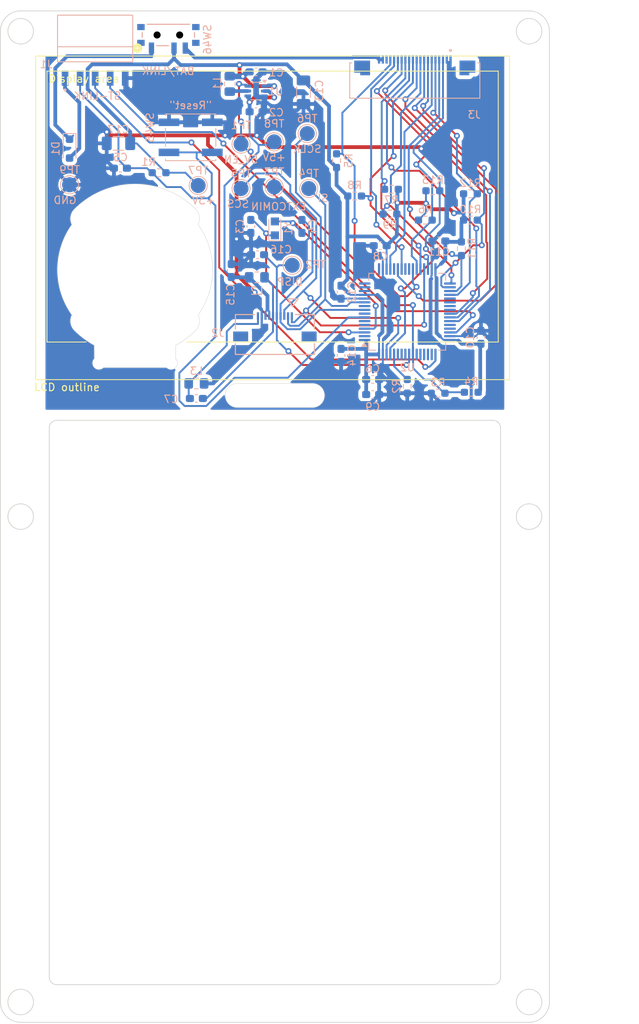
<source format=kicad_pcb>
(kicad_pcb (version 20221018) (generator pcbnew)
  (title_block (comment 4 "AISLER Project ID: HNLQYLIR"))
  (layers (0 "F.Cu" signal) (31 "B.Cu" signal) (34 "B.Paste" user) (35 "F.Paste" user) (36 "B.SilkS" user "B.Silkscreen") (37 "F.SilkS" user "F.Silkscreen") (38 "B.Mask" user) (39 "F.Mask" user) (44 "Edge.Cuts" user))
  (net 0 "")
  (net 1 "GND")
  (net 2 "+BATT")
  (net 3 "+5V")
  (net 4 "/NRST")
  (net 5 "/SWCLK")
  (net 6 "/SWDIO")
  (net 7 "/DISP")
  (net 8 "/EXTCOMIN")
  (net 9 "/SCS")
  (net 10 "/SI")
  (net 11 "/SCLK")
  (net 12 "/CELL")
  (net 13 "/kh1")
  (net 14 "/kv1")
  (net 15 "/kv2")
  (net 16 "/kv3")
  (net 17 "/kv4")
  (net 18 "/kv5")
  (net 19 "/kh2")
  (net 20 "/kh3")
  (net 21 "/kh4")
  (net 22 "/kh5")
  (net 23 "/kv6")
  (net 24 "/kh6")
  (net 25 "/kh7")
  (net 26 "/kh8")
  (net 27 "/5V_EN")
  (net 28 "Net-(U2-PC14)")
  (net 29 "Net-(U2-PC15)")
  (net 30 "Net-(J2-Pin_6)")
  (net 31 "Net-(J2-Pin_10)")
  (net 32 "Net-(D1-K)")
  (net 33 "Net-(U1-L)")
  (net 34 "Net-(U2-BOOT0)")
  (net 35 "Net-(D1-A)")
  (net 36 "/I2C_SDA")
  (net 37 "/I2C_SCL")
  (net 38 "/kh9")
  (net 43 "/kv7")
  (net 44 "/USB_DP")
  (net 45 "/USB_DM")
  (net 53 "/USART_RX")
  (net 54 "/USART_TX")
  (net 56 "/ADCIN")
  (net 59 "/OSC2")
  (net 60 "/OSC1")
  (net 62 "/ON")
  (footprint "Resistor_SMD:R_0603_1608Metric_Pad0.98x0.95mm_HandSolder" (layer "B.Cu") (at 108.2 49.9 -90)
    (fp_text reference "R5")
    (fp_text value "1M")
  )
  (footprint "Capacitor_SMD:C_0603_1608Metric_Pad1.08x0.95mm_HandSolder" (layer "B.Cu") (at 94.2 64.5 90)
    (fp_text reference "C15")
    (fp_text value "1 uF")
  )
  (footprint "Resistor_SMD:R_0603_1608Metric_Pad0.98x0.95mm_HandSolder" (layer "B.Cu") (at 84.6 51.5 180)
    (fp_text reference "R1")
    (fp_text value "10k")
  )
  (footprint "Diode_SMD:D_SOD-323_HandSoldering" (layer "B.Cu") (at 72.7 48.3 -90)
    (fp_text reference "D1")
    (fp_text value "NSR0340HT1G")
  )
  (footprint "Capacitor_SMD:C_0603_1608Metric_Pad1.08x0.95mm_HandSolder" (layer "B.Cu") (at 79.4625 50.9 180)
    (fp_text reference "C5")
    (fp_text value "100 nF")
  )
  (footprint "Resistor_SMD:R_0603_1608Metric_Pad0.98x0.95mm_HandSolder" (layer "B.Cu") (at 121 53.9 180)
    (fp_text reference "R13")
    (fp_text value "1M")
  )
  (footprint "Inductor_SMD:L_0805_2012Metric_Pad1.15x1.40mm_HandSolder" (layer "B.Cu") (at 94 39.7 -90)
    (fp_text reference "L1")
    (fp_text value "4.7 uH")
  )
  (footprint "TestPoint:TestPoint_Pad_D2.0mm" (layer "B.Cu") (at 72.7 53.1 180)
    (fp_text reference "TP9")
    (fp_text value "GND")
  )
  (footprint "TestPoint:TestPoint_Pad_D2.0mm" (layer "B.Cu") (at 99.9 47.4 180)
    (fp_text reference "TP8")
    (fp_text value "+5V")
  )
  (footprint "Capacitor_SMD:C_0603_1608Metric_Pad1.08x0.95mm_HandSolder" (layer "B.Cu") (at 121.8 60.575)
    (fp_text reference "C11")
    (fp_text value "100 nF")
  )
  (footprint "Capacitor_SMD:C_0603_1608Metric_Pad1.08x0.95mm_HandSolder" (layer "B.Cu") (at 127.4 73.375 -90)
    (fp_text reference "C10")
    (fp_text value "100 nF")
  )
  (footprint "OpenRPNCalc:SW_SPST_EVQQ2" (layer "B.Cu") (at 88.8 46.8)
    (fp_text reference "SW45")
    (fp_text value "\"Reset\"")
  )
  (footprint "Resistor_SMD:R_0603_1608Metric_Pad0.98x0.95mm_HandSolder" (layer "B.Cu") (at 126.1125 80.675 180)
    (fp_text reference "R4")
    (fp_text value "10M")
  )
  (footprint "Resistor_SMD:R_0603_1608Metric_Pad0.98x0.95mm_HandSolder" (layer "B.Cu") (at 124.8 61.6 90)
    (fp_text reference "R11")
    (fp_text value "1M")
  )
  (footprint "Inductor_SMD:L_0805_2012Metric_Pad1.15x1.40mm_HandSolder" (layer "B.Cu") (at 97.6 65.4)
    (fp_text reference "L2")
    (fp_text value "4.7 uH")
  )
  (footprint "TestPoint:TestPoint_Pad_D2.0mm" (layer "B.Cu") (at 99.9 53.4 180)
    (fp_text reference "TP3")
    (fp_text value "EXTCOMIN")
  )
  (footprint "Capacitor_SMD:C_0603_1608Metric_Pad1.08x0.95mm_HandSolder" (layer "B.Cu") (at 108.8 67.375 90)
    (fp_text reference "C12")
    (fp_text value "100 nF")
  )
  (footprint "Resistor_SMD:R_0603_1608Metric_Pad0.98x0.95mm_HandSolder" (layer "B.Cu") (at 120 57.8 180)
    (fp_text reference "R6")
    (fp_text value "1M")
  )
  (footprint "Capacitor_SMD:C_1206_3216Metric_Pad1.33x1.80mm_HandSolder" (layer "B.Cu") (at 79.2 47.6 180)
    (fp_text reference "C17")
    (fp_text value "100 uF")
  )
  (footprint "Capacitor_SMD:C_0603_1608Metric_Pad1.08x0.95mm_HandSolder" (layer "B.Cu") (at 108.8 75.775 90)
    (fp_text reference "C14")
    (fp_text value "100 nF")
  )
  (footprint "OpenRPNCalc_rev3:AMPHENOL_F32R-1A7H1-11020" (layer "B.Cu") (at 118.6 39.25 180)
    (fp_text reference "J3")
    (fp_text value "Conn_01x20")
  )
  (footprint "Resistor_SMD:R_0603_1608Metric_Pad0.98x0.95mm_HandSolder" (layer "B.Cu") (at 117.6 79.8875 -90)
    (fp_text reference "R2")
    (fp_text value "10k")
  )
  (footprint "TestPoint:TestPoint_Pad_D2.0mm" (layer "B.Cu") (at 89.8 53.2 180)
    (fp_text reference "TP7")
    (fp_text value "+3V")
  )
  (footprint "Resistor_SMD:R_0603_1608Metric_Pad0.98x0.95mm_HandSolder" (layer "B.Cu") (at 126 54.3 180)
    (fp_text reference "R12")
    (fp_text value "1M")
  )
  (footprint "OpenRPNCalc_rev3:HARWIN_M22-5330505" (layer "B.Cu") (at 76.1 35.7625)
    (fp_text reference "J1")
    (fp_text value "ST-LINK")
  )
  (footprint "Package_TO_SOT_SMD:Texas_R-PDSO-G6" (layer "B.Cu") (at 97.5 40.65 180)
    (fp_text reference "U1")
    (fp_text value "TPS61222DCK")
  )
  (footprint "Capacitor_SMD:C_0603_1608Metric_Pad1.08x0.95mm_HandSolder" (layer "B.Cu") (at 97.5 38.1)
    (fp_text reference "C1")
    (fp_text value "10 uF")
  )
  (footprint "Capacitor_SMD:C_0603_1608Metric_Pad1.08x0.95mm_HandSolder" (layer "B.Cu") (at 97.7 62.4 180)
    (fp_text reference "C16")
    (fp_text value "560 pF")
  )
  (footprint "Capacitor_SMD:C_0603_1608Metric_Pad1.08x0.95mm_HandSolder" (layer "B.Cu") (at 114 61.2)
    (fp_text reference "C8")
    (fp_text value "100 nF")
  )
  (footprint "Resistor_SMD:R_0603_1608Metric_Pad0.98x0.95mm_HandSolder" (layer "B.Cu") (at 126 57.8 180)
    (fp_text reference "R10")
    (fp_text value "1M")
  )
  (footprint "Package_QFP:LQFP-64_10x10mm_P0.5mm" (layer "B.Cu") (at 117.6 69.975)
    (fp_text reference "U2")
    (fp_text value "STM32L476RETx")
  )
  (footprint "Capacitor_SMD:C_0603_1608Metric_Pad1.08x0.95mm_HandSolder" (layer "B.Cu") (at 89.5625 81.5 180)
    (fp_text reference "C7")
    (fp_text value "1 uF")
  )
  (footprint "TestPoint:TestPoint_Pad_D2.0mm" (layer "B.Cu") (at 104.3 46.3 180)
    (fp_text reference "TP6")
    (fp_text value "SCLK")
  )
  (footprint "Capacitor_SMD:C_0603_1608Metric_Pad1.08x0.95mm_HandSolder" (layer "B.Cu") (at 113 80.975 180)
    (fp_text reference "C9")
    (fp_text value "10 uF")
  )
  (footprint "TestPoint:TestPoint_Pad_D2.0mm" (layer "B.Cu") (at 102.3 63.8 180)
    (fp_text reference "TP2")
    (fp_text value "DISP")
  )
  (footprint "Crystal:Crystal_SMD_2012-2Pin_2.0x1.2mm_HandSoldering" (layer "B.Cu") (at 100 58.9 90)
    (fp_text reference "Y1")
    (fp_text value "32768 Hz")
  )
  (footprint "OpenRPNCalc_rev3:CON_5051101092_MOL" (layer "B.Cu") (at 100 73 180)
    (fp_text reference "J2")
    (fp_text value "LCD")
  )
  (footprint "Resistor_SMD:R_0603_1608Metric_Pad0.98x0.95mm_HandSolder" (layer "B.Cu") (at 115.3 57)
    (fp_text reference "R9")
    (fp_text value "1M")
  )
  (footprint "TestPoint:TestPoint_Pad_D2.0mm" (layer "B.Cu") (at 95.5 47.7 180)
    (fp_text reference "TP1")
    (fp_text value "5V_EN")
  )
  (footprint "Resistor_SMD:R_0603_1608Metric_Pad0.98x0.95mm_HandSolder" (layer "B.Cu") (at 121.7 80.8 180)
    (fp_text reference "R3")
    (fp_text value "10M")
  )
  (footprint "Capacitor_SMD:C_0603_1608Metric_Pad1.08x0.95mm_HandSolder" (layer "B.Cu") (at 97.5 43.4)
    (fp_text reference "C2")
    (fp_text value "10 uF")
  )
  (footprint "Resistor_SMD:R_0603_1608Metric_Pad0.98x0.95mm_HandSolder" (layer "B.Cu") (at 110.6 54.6 180)
    (fp_text reference "R8")
    (fp_text value "1M")
  )
  (footprint "Inductor_SMD:L_0805_2012Metric_Pad1.15x1.40mm_HandSolder" (layer "B.Cu") (at 89.5625 79.5 180)
    (fp_text reference "L3")
    (fp_text value "4.7 uH")
  )
  (footprint "Capacitor_SMD:C_0603_1608Metric_Pad1.08x0.95mm_HandSolder" (layer "B.Cu") (at 96.8 58.6375 -90)
    (fp_text reference "C3")
    (fp_text value "47 pF")
  )
  (footprint "Resistor_SMD:R_0603_1608Metric_Pad0.98x0.95mm_HandSolder" (layer "B.Cu") (at 115.5 53.7)
    (fp_text reference "R7")
    (fp_text value "1M")
  )
  (footprint "Capacitor_SMD:C_1206_3216Metric_Pad1.33x1.80mm_HandSolder" (layer "B.Cu") (at 103.8 40.8 -90)
    (fp_text reference "C13")
    (fp_text value "100 uF")
  )
  (footprint "OpenRPNCalc_rev3:CUS-12TB_NDC" (layer "B.Cu") (at 85.8372 33.2)
    (fp_text reference "SW46")
    (fp_text value "BAT/LINK")
  )
  (footprint "TestPoint:TestPoint_Pad_D2.0mm" (layer "B.Cu") (at 104.5 53.6 180)
    (fp_text reference "TP4")
    (fp_text value "SI")
  )
  (footprint "TestPoint:TestPoint_Pad_D2.0mm" (layer "B.Cu") (at 95.5 53.6 180)
    (fp_text reference "TP5")
    (fp_text value "SCS")
  )
  (footprint "Capacitor_SMD:C_0603_1608Metric_Pad1.08x0.95mm_HandSolder" (layer "B.Cu") (at 113 78.975 180)
    (fp_text reference "C6")
    (fp_text value "100 nF")
  )
  (footprint "Capacitor_SMD:C_0603_1608Metric_Pad1.08x0.95mm_HandSolder" (layer "B.Cu") (at 103.6 58.6375 90)
    (fp_text reference "C4")
    (fp_text value "47 pF")
  )
  (gr_line (start 129.7 74) (end 88.3 74) (stroke (width 0.12)) (layer "F.SilkS"))
  (gr_line (start 74.9 74) (end 69.7 74) (stroke (width 0.12)) (layer "F.SilkS"))
  (gr_rect (start 68.195712 36) (end 131.195712 79) (stroke (width 0.12)) (fill none) (layer "F.SilkS"))
  (gr_line (start 129.7 38) (end 129.7 74) (stroke (width 0.12)) (layer "F.SilkS"))
  (gr_line (start 69.7 38) (end 129.7 38) (stroke (width 0.12)) (layer "F.SilkS"))
  (gr_line (start 69.7 74) (end 69.7 38) (stroke (width 0.12)) (layer "F.SilkS"))
  (gr_line (start 100 79.5) (end 95 79.5) (stroke (width 0.05)) (layer "Edge.Cuts"))
  (gr_arc (start 89.461017 72.461017) (mid 88.210457 73.542082) (end 86.816697 74.430921) (stroke (width 0.05)) (layer "Edge.Cuts"))
  (gr_arc (start 91.720214 64.4) (mid 91.22715 67.551814) (end 89.795074 70.402463) (stroke (width 0.05)) (layer "Edge.Cuts"))
  (gr_line (start 81.4 77.4) (end 77.2 77.4) (stroke (width 0.05)) (layer "Edge.Cuts"))
  (gr_arc (start 73.338983 56.338983) (mid 77.037409 53.867774) (end 81.4 53) (stroke (width 0.05)) (layer "Edge.Cuts"))
  (gr_arc (start 63.5 32.7) (mid 64.290812 30.790812) (end 66.2 30) (stroke (width 0.1)) (layer "Edge.Cuts"))
  (gr_line (start 100 82.7) (end 105 82.7) (stroke (width 0.05)) (layer "Edge.Cuts"))
  (gr_arc (start 73.338983 72.461017) (mid 72.83968 71.485661) (end 73.004926 70.402463) (stroke (width 0.05)) (layer "Edge.Cuts"))
  (gr_circle (center 66.2 97.2) (end 66.2 98.9) (stroke (width 0.1)) (fill none) (layer "Edge.Cuts"))
  (gr_arc (start 77.2 77.4) (mid 76 77.4) (end 76 76.2) (stroke (width 0.05)) (layer "Edge.Cuts"))
  (gr_arc (start 89.795077 58.397537) (mid 91.227154 61.248186) (end 91.720217 64.4) (stroke (width 0.05)) (layer "Edge.Cuts"))
  (gr_circle (center 133.8 32.7) (end 133.8 34.4) (stroke (width 0.1)) (fill none) (layer "Edge.Cuts"))
  (gr_circle (center 66.2 161.7) (end 66.2 163.4) (stroke (width 0.1)) (fill none) (layer "Edge.Cuts"))
  (gr_arc (start 71 159.4) (mid 70.292893 159.107107) (end 70 158.4) (stroke (width 0.1)) (layer "Edge.Cuts"))
  (gr_arc (start 66.2 164.4) (mid 64.290812 163.609188) (end 63.5 161.7) (stroke (width 0.1)) (layer "Edge.Cuts"))
  (gr_line (start 136.5 32.7) (end 136.5 161.7) (stroke (width 0.1)) (layer "Edge.Cuts"))
  (gr_circle (center 133.8 161.7) (end 133.8 163.4) (stroke (width 0.1)) (fill none) (layer "Edge.Cuts"))
  (gr_arc (start 95 82.7) (mid 93.4 81.1) (end 95 79.5) (stroke (width 0.05)) (layer "Edge.Cuts"))
  (gr_arc (start 70 85.4) (mid 70.292893 84.692893) (end 71 84.4) (stroke (width 0.1)) (layer "Edge.Cuts"))
  (gr_line (start 100 79.5) (end 105 79.5) (stroke (width 0.05)) (layer "Edge.Cuts"))
  (gr_line (start 133.8 164.4) (end 66.2 164.4) (stroke (width 0.1)) (layer "Edge.Cuts"))
  (gr_arc (start 136.5 161.7) (mid 135.709188 163.609188) (end 133.8 164.4) (stroke (width 0.1)) (layer "Edge.Cuts"))
  (gr_arc (start 105 79.5) (mid 106.6 81.1) (end 105 82.7) (stroke (width 0.05)) (layer "Edge.Cuts"))
  (gr_line (start 100 82.7) (end 95 82.7) (stroke (width 0.05)) (layer "Edge.Cuts"))
  (gr_line (start 71 84.4) (end 129 84.4) (stroke (width 0.1)) (layer "Edge.Cuts"))
  (gr_circle (center 66.2 32.7) (end 66.2 34.4) (stroke (width 0.1)) (fill none) (layer "Edge.Cuts"))
  (gr_arc (start 86.8 76.2) (mid 86.8 77.4) (end 85.6 77.4) (stroke (width 0.05)) (layer "Edge.Cuts"))
  (gr_arc (start 133.8 30) (mid 135.709188 30.790812) (end 136.5 32.7) (stroke (width 0.1)) (layer "Edge.Cuts"))
  (gr_line (start 70 158.4) (end 70 85.4) (stroke (width 0.1)) (layer "Edge.Cuts"))
  (gr_line (start 86.816697 74.430921) (end 86.8 76.2) (stroke (width 0.05)) (layer "Edge.Cuts"))
  (gr_line (start 129 159.4) (end 71 159.4) (stroke (width 0.1)) (layer "Edge.Cuts"))
  (gr_line (start 66.2 30) (end 133.8 30) (stroke (width 0.1)) (layer "Edge.Cuts"))
  (gr_arc (start 129 84.4) (mid 129.707107 84.692893) (end 130 85.4) (stroke (width 0.1)) (layer "Edge.Cuts"))
  (gr_line (start 75.983303 74.430921) (end 76 76.2) (stroke (width 0.05)) (layer "Edge.Cuts"))
  (gr_arc (start 73.004923 58.397537) (mid 72.839678 57.314339) (end 73.33898 56.338983) (stroke (width 0.05)) (layer "Edge.Cuts"))
  (gr_arc (start 75.983303 74.430921) (mid 74.589543 73.542082) (end 73.338983 72.461017) (stroke (width 0.05)) (layer "Edge.Cuts"))
  (gr_arc (start 81.4 53) (mid 85.762591 53.867773) (end 89.461017 56.338983) (stroke (width 0.05)) (layer "Edge.Cuts"))
  (gr_line (start 63.5 161.7) (end 63.5 32.7) (stroke (width 0.1)) (layer "Edge.Cuts"))
  (gr_circle (center 133.8 97.2) (end 133.8 98.9) (stroke (width 0.1)) (fill none) (layer "Edge.Cuts"))
  (gr_arc (start 71.079783 64.4) (mid 71.572846 61.248186) (end 73.004923 58.397537) (stroke (width 0.05)) (layer "Edge.Cuts"))
  (gr_arc (start 73.004926 70.402463) (mid 71.572849 67.551814) (end 71.079786 64.4) (stroke (width 0.05)) (layer "Edge.Cuts"))
  (gr_arc (start 130 158.4) (mid 129.707107 159.107107) (end 129 159.4) (stroke (width 0.1)) (layer "Edge.Cuts"))
  (gr_line (start 81.4 77.4) (end 85.6 77.4) (stroke (width 0.05)) (layer "Edge.Cuts"))
  (gr_line (start 130 85.4) (end 130 158.4) (stroke (width 0.1)) (layer "Edge.Cuts"))
  (gr_arc (start 89.795074 70.402463) (mid 89.960319 71.485661) (end 89.461017 72.461017) (stroke (width 0.05)) (layer "Edge.Cuts"))
  (gr_arc (start 89.46102 56.338983) (mid 89.960322 57.314339) (end 89.795077 58.397537) (stroke (width 0.05)) (layer "Edge.Cuts"))
  (gr_text "LCD outline" (at 67.9 80.6) (layer "F.SilkS") (effects (font (size 1 1)) (justify left bottom)))
  (gr_text "Display area" (at 69.8 39.6) (layer "F.SilkS") (effects (font (size 1 1)) (justify left bottom)))
  (segment (start 94.9 51.6) (end 94.9 60.3) (width 0.5) (layer "F.Cu") (net 1))
  (segment (start 93.3819 46.5425) (end 97.6042 46.5425) (width 0.5) (layer "F.Cu") (net 1))
  (segment (start 91.1 46.5425) (end 93.3819 46.5425) (width 0.5) (layer "F.Cu") (net 1))
  (segment (start 91.1 47.8) (end 94.9 51.6) (width 0.5) (layer "F.Cu") (net 1))
  (segment (start 77.6375 46.0845) (end 78.0955 46.5425) (width 0.5) (layer "F.Cu") (net 1))
  (segment (start 94.9 65) (end 97.3 67.4) (width 0.5) (layer "F.Cu") (net 1))
  (segment (start 94.9 60.3) (end 94.9 65) (width 0.5) (layer "F.Cu") (net 1))
  (segment (start 91.1 46.5425) (end 91.1 47.8) (width 0.5) (layer "F.Cu") (net 1))
  (segment (start 119.272623 48.1) (end 99.1617 48.1) (width 0.5) (layer "F.Cu") (net 1))
  (segment (start 78.0955 46.5425) (end 91.1 46.5425) (width 0.5) (layer "F.Cu") (net 1))
  (segment (start 119.475 48.302377) (end 119.272623 48.1) (width 0.5) (layer "F.Cu") (net 1))
  (segment (start 99.1617 48.1) (end 97.6042 46.5425) (width 0.5) (layer "F.Cu") (net 1))
  (via (at 77.6375 46.0845) (size 0.8) (drill 0.4) (layers "F.Cu" "B.Cu") (net 1))
  (via (at 97.3 67.4) (size 0.8) (drill 0.4) (layers "F.Cu" "B.Cu") (net 1))
  (via (at 97.6042 46.5425) (size 0.8) (drill 0.4) (layers "F.Cu" "B.Cu") (net 1))
  (via (at 119.475 48.302377) (size 0.8) (drill 0.4) (layers "F.Cu" "B.Cu") (net 1))
  (via (at 93.3819 46.5425) (size 0.8) (drill 0.4) (layers "F.Cu" "B.Cu") (net 1))
  (via (at 94.9 60.3) (size 0.8) (drill 0.4) (layers "F.Cu" "B.Cu") (net 1))
  (segment (start 98.6375 43.2) (end 98.6 43.1625) (width 0.5) (layer "B.Cu") (net 1))
  (segment (start 98.6 43.1625) (end 98.6 41.5125) (width 0.75) (layer "B.Cu") (net 1))
  (segment (start 72.7 53.1) (end 74.475 53.1) (width 0.5) (layer "B.Cu") (net 1))
  (segment (start 120.8 65.192764) (end 120.8 65.6) (width 0.25) (layer "B.Cu") (net 1))
  (segment (start 80.1 38.9275) (end 80.1 39.8981) (width 0.25) (layer "B.Cu") (net 1))
  (segment (start 77.6375 49.9375) (end 78.6 50.9) (width 0.5) (layer "B.Cu") (net 1))
  (segment (start 120.7875 80.8) (end 117.85 80.8) (width 0.5) (layer "B.Cu") (net 1))
  (segment (start 126.1 78.6) (end 126.1 81.6423) (width 0.4) (layer "B.Cu") (net 1))
  (segment (start 120.95 60.5875) (end 120.95 62.9737) (width 0.5) (layer "B.Cu") (net 1))
  (segment (start 126.6875 73.225) (end 123.275 73.225) (width 0.25) (layer "B.Cu") (net 1))
  (segment (start 123.1 44.7) (end 123.1 36.9) (width 0.5) (layer "B.Cu") (net 1))
  (segment (start 120.95 62.9737) (end 120.85 63.0737) (width 0.25) (layer "B.Cu") (net 1))
  (segment (start 103.95275 60.7447) (end 96.8375 60.7447) (width 0.25) (layer "B.Cu") (net 1))
  (segment (start 77.6375 47.6) (end 77.6375 46.0845) (width 0.5) (layer "B.Cu") (net 1))
  (segment (start 93.3819 44.8) (end 93.3819 46.5425) (width 0.5) (layer "B.Cu") (net 1))
  (segment (start 84.2181 44.0162) (end 80.1 39.8981) (width 0.5) (layer "B.Cu") (net 1))
  (segment (start 114.15 62.85) (end 113.1375 61.8375) (width 0.5) (layer "B.Cu") (net 1))
  (segment (start 97.5 41.2) (end 97.5 38.9625) (width 0.75) (layer "B.Cu") (net 1))
  (segment (start 97.8125 41.5125) (end 97.5 41.2) (width 0.75) (layer "B.Cu") (net 1))
  (segment (start 128.6 73.7125) (end 127.4 72.5125) (width 0.5) (layer "B.Cu") (net 1))
  (segment (start 122.9 58.696) (end 121.021 60.575) (width 0.5) (layer "B.Cu") (net 1))
  (segment (start 114.35 73.75) (end 114.5 73.6) (width 0.25) (layer "B.Cu") (net 1))
  (segment (start 127.4 72.5125) (end 126.6875 73.225) (width 0.25) (layer "B.Cu") (net 1))
  (segment (start 104.55 60.14745) (end 103.95275 60.7447) (width 0.25) (layer "B.Cu") (net 1))
  (segment (start 114.5 73.6) (end 115.1 73) (width 0.5) (layer "B.Cu") (net 1))
  (segment (start 93.3819 46.8192) (end 93.3819 46.5425) (width 0.25) (layer "B.Cu") (net 1))
  (segment (start 95.6 63.6375) (end 96.8375 62.4) (width 0.5) (layer "B.Cu") (net 1))
  (segment (start 96.8375 62.4) (end 96.8375 60.7447) (width 0.5) (layer "B.Cu") (net 1))
  (segment (start 97.6042 44.1583) (end 97.6042 46.5425) (width 0.5) (layer "B.Cu") (net 1))
  (segment (start 94.9 60.3) (end 95.3 60.7) (width 0.5) (layer "B.Cu") (net 1))
  (segment (start 77.6375 47.6) (end 77.6375 49.9375) (width 0.5) (layer "B.Cu") (net 1))
  (segment (start 91.68 44.8) (end 93.3819 44.8) (width 0.5) (layer "B.Cu") (net 1))
  (segment (start 112.7375 82.1) (end 111.3 82.1) (width 0.5) (layer "B.Cu") (net 1))
  (segment (start 90.5875 79.5) (end 91.8 79.5) (width 0.5) (layer "B.Cu") (net 1))
  (segment (start 106.4 44.9625) (end 103.8 42.3625) (width 0.5) (layer "B.Cu") (net 1))
  (segment (start 94.2 63.6375) (end 95.6 63.6375) (width 0.5) (layer "B.Cu") (net 1))
  (segment (start 115.1 73) (end 115.1 66.1793) (width 0.5) (layer "B.Cu") (net 1))
  (segment (start 96.8375 60.7447) (end 96.8375 59.5375) (width 0.5) (layer "B.Cu") (net 1))
  (segment (start 120.7 65.7) (end 120.7 73.2) (width 0.5) (layer "B.Cu") (net 1))
  (segment (start 116.6625 80.8) (end 117.6 80.8) (width 0.5) (layer "B.Cu") (net 1))
  (segment (start 107.4 53.7) (end 106.4 52.7) (width 0.5) (layer "B.Cu") (net 1))
  (segment (start 120.85 65.142764) (end 120.8 65.192764) (width 0.25) (layer "B.Cu") (net 1))
  (segment (start 85.92 44.8) (end 84.2181 44.8) (width 0.5) (layer "B.Cu") (net 1))
  (segment (start 126.0423 81.7) (end 125.8423 81.9) (width 0.5) (layer "B.Cu") (net 1))
  (segment (start 108.8 79.6) (end 108.8 76.6375) (width 0.5) (layer "B.Cu") (net 1))
  (segment (start 114.35 78.4875) (end 114.1803 78.3178) (width 0.25) (layer "B.Cu") (net 1))
  (segment (start 111.925 68.225) (end 108.8125 68.225) (width 0.25) (layer "B.Cu") (net 1))
  (segment (start 97.3 67.4) (end 97.3 68.7731) (width 0.5) (layer "B.Cu") (net 1))
  (segment (start 95.3 60.7) (end 96.7928 60.7) (width 0.5) (layer "B.Cu") (net 1))
  (segment (start 121.021 60.575) (end 120.9375 60.575) (width 0.25) (layer "B.Cu") (net 1))
  (segment (start 119.475 48.302377) (end 119.475 48.575) (width 0.5) (layer "B.Cu") (net 1))
  (segment (start 120.85 63.0737) (end 120.85 64.3) (width 0.25) (layer "B.Cu") (net 1))
  (segment (start 96.8375 59.5375) (end 96.8 59.5) (width 0.25) (layer "B.Cu") (net 1))
  (segment (start 108.8 68.2375) (end 108.4375 68.2375) (width 0.5) (layer "B.Cu") (net 1))
  (segment (start 120.8 65.6) (end 120.7 65.7) (width 0.5) (layer "B.Cu") (net 1))
  (segment (start 125.8423 81.9) (end 127.5 81.9) (width 0.5) (layer "B.Cu") (net 1))
  (segment (start 121.8875 81.9) (end 120.7875 80.8) (width 0.5) (layer "B.Cu") (net 1))
  (segment (start 119.475 48.302377) (end 119.497623 48.302377) (width 0.5) (layer "B.Cu") (net 1))
  (segment (start 114.35 65.4293) (end 114.35 64.3) (width 0.25) (layer "B.Cu") (net 1))
  (segment (start 114.15 62.85) (end 114.35 63.05) (width 0.25) (layer "B.Cu") (net 1))
  (segment (start 106.4 52.7) (end 106.4 44.9625) (width 0.5) (layer "B.Cu") (net 1))
  (segment (start 126.1 81.6423) (end 126.0423 81.7) (width 0.4) (layer "B.Cu") (net 1))
  (segment (start 103.775 57.775) (end 104.55 58.55) (width 0.25) (layer "B.Cu") (net 1))
  (segment (start 96.7928 60.7) (end 96.8375 60.7447) (width 0.5) (layer "B.Cu") (net 1))
  (segment (start 108.4375 68.2375) (end 107.4 67.2) (width 0.5) (layer "B.Cu") (net 1))
  (segment (start 122.9 52) (end 122.9 58.696) (width 0.5) (layer "B.Cu") (net 1))
  (segment (start 103.6 57.775) (end 103.775 57.775) (width 0.25) (layer "B.Cu") (net 1))
  (segment (start 115.1 66.1793) (end 114.35 65.4293) (width 0.5) (layer "B.Cu") (net 1))
  (segment (start 91.8 79.5) (end 98.25 73.05) (width 0.5) (layer "B.Cu") (net 1))
  (segment (start 113.8625 78.975) (end 113.8625 80.975) (width 0.5) (layer "B.Cu") (net 1))
  (segment (start 102.9625 43.2) (end 98.6375 43.2) (width 0.5) (layer "B.Cu") (net 1))
  (segment (start 128.6 80.8) (end 128.6 73.7125) (width 0.5) (layer "B.Cu") (net 1))
  (segment (start 125.8423 81.9) (end 121.8875 81.9) (width 0.5) (layer "B.Cu") (net 1))
  (segment (start 97.3 68.7731) (end 98.175 69.6481) (width 0.5) (layer "B.Cu") (net 1))
  (segment (start 114.1803 77) (end 114.35 76.8303) (width 0.25) (layer "B.Cu") (net 1))
  (segment (start 98.3625 43.4) (end 97.6042 44.1583) (width 0.5) (layer "B.Cu") (net 1))
  (segment (start 113.1375 61.8375) (end 113.1375 61.2) (width 0.5) (layer "B.Cu") (net 1))
  (segment (start 98.25 73.05) (end 98.25 72.6206) (width 0.5) (layer "B.Cu") (net 1))
  (segment (start 91.68 44.8) (end 85.92 44.8) (width 0.5) (layer "B.Cu") (net 1))
  (segment (start 104.55 58.55) (end 104.55 60.14745) (width 0.25) (layer "B.Cu") (net 1))
  (segment (start 74.475 53.1) (end 77.6375 49.9375) (width 0.5) (layer "B.Cu") (net 1))
  (segment (start 108.8125 68.225) (end 108.8 68.2375) (width 0.25) (layer "B.Cu") (net 1))
  (segment (start 111.3 82.1) (end 108.8 79.6) (width 0.5) (layer "B.Cu") (net 1))
  (segment (start 97.5 38.9625) (end 98.3625 38.1) (width 0.75) (layer "B.Cu") (net 1))
  (segment (start 119.475 48.575) (end 122.9 52) (width 0.5) (layer "B.Cu") (net 1))
  (segment (start 120.9375 60.575) (end 120.95 60.5875) (width 0.5) (layer "B.Cu") (net 1))
  (segment (start 114.35 63.05) (end 114.35 64.3) (width 0.25) (layer "B.Cu") (net 1))
  (segment (start 114.35 76.8303) (end 114.35 75.65) (width 0.25) (layer "B.Cu") (net 1))
  (segment (start 93.382 46.8192) (end 93.3819 46.8192) (width 0.25) (layer "B.Cu") (net 1))
  (segment (start 127.5 81.9) (end 128.6 80.8) (width 0.5) (layer "B.Cu") (net 1))
  (segment (start 98.6 41.5125) (end 98.408688 41.5125) (width 0.25) (layer "B.Cu") (net 1))
  (segment (start 98.25 72.6206) (end 98.25 69.7231) (width 0.3) (layer "B.Cu") (net 1))
  (segment (start 123.2 36.8) (end 123.1 36.9) (width 0.25) (layer "B.Cu") (net 1))
  (segment (start 114.1803 78.3178) (end 114.1803 77) (width 0.5) (layer "B.Cu") (net 1))
  (segment (start 103.8 42.3625) (end 102.9625 43.2) (width 0.5) (layer "B.Cu") (net 1))
  (segment (start 98.3625 43.4) (end 98.6 43.1625) (width 0.25) (layer "B.Cu") (net 1))
  (segment (start 114.35 75.65) (end 114.35 73.75) (width 0.25) (layer "B.Cu") (net 1))
  (segment (start 120.7 73.2) (end 126.1 78.6) (width 0.5) (layer "B.Cu") (net 1))
  (segment (start 120.85 64.3) (end 120.85 65.142764) (width 0.25) (layer "B.Cu") (net 1))
  (segment (start 113.8625 80.975) (end 112.7375 82.1) (width 0.5) (layer "B.Cu") (net 1))
  (segment (start 98.6 41.5125) (end 97.8125 41.5125) (width 0.75) (layer "B.Cu") (net 1))
  (segment (start 117.85 80.8) (end 117.725 80.675) (width 0.5) (layer "B.Cu") (net 1))
  (segment (start 113.8625 78.975) (end 114.35 78.4875) (width 0.25) (layer "B.Cu") (net 1))
  (segment (start 114.35 78.4875) (end 116.6625 80.8) (width 0.5) (layer "B.Cu") (net 1))
  (segment (start 117.725 80.675) (end 117.6 80.8) (width 0.25) (layer "B.Cu") (net 1))
  (segment (start 119.497623 48.302377) (end 123.1 44.7) (width 0.5) (layer "B.Cu") (net 1))
  (segment (start 107.4 67.2) (end 107.4 53.7) (width 0.5) (layer "B.Cu") (net 1))
  (segment (start 84.2181 44.8) (end 84.2181 44.0162) (width 0.5) (layer "B.Cu") (net 1))
  (segment (start 116.2974 55.4996) (end 119.9956 55.4996) (width 0.5) (layer "F.Cu") (net 2))
  (segment (start 96.31875 39.28125) (end 95.7375 38.7) (width 0.5) (layer "F.Cu") (net 2))
  (segment (start 123.2915 56.3553) (end 120.8513 56.3553) (width 0.5) (layer "F.Cu") (net 2))
  (segment (start 97.0375 40) (end 96.31875 39.28125) (width 0.5) (layer "F.Cu") (net 2))
  (segment (start 120.8513 56.3553) (end 120.0875 55.5915) (width 0.5) (layer "F.Cu") (net 2))
  (segment (start 95.3 37.2) (end 95.3 38.2625) (width 0.5) (layer "F.Cu") (net 2))
  (segment (start 99.9 40) (end 97.0375 40) (width 0.5) (layer "F.Cu") (net 2))
  (segment (start 95.3 38.2625) (end 96.31875 39.28125) (width 0.5) (layer "F.Cu") (net 2))
  (segment (start 119.9956 55.4996) (end 120.0875 55.5915) (width 0.25) (layer "F.Cu") (net 2))
  (segment (start 123.816803 56.880603) (end 123.2915 56.3553) (width 0.5) (layer "F.Cu") (net 2))
  (via (at 123.816803 56.880603) (size 0.8) (drill 0.4) (layers "F.Cu" "B.Cu") (net 2))
  (via (at 99.9 40) (size 0.8) (drill 0.4) (layers "F.Cu" "B.Cu") (net 2))
  (via (at 95.7375 38.7) (size 0.8) (drill 0.4) (layers "F.Cu" "B.Cu") (net 2))
  (via (at 120.0875 55.5915) (size 0.8) (drill 0.4) (layers "F.Cu" "B.Cu") (net 2))
  (via (at 95.3 37.2) (size 0.8) (drill 0.4) (layers "F.Cu" "B.Cu") (net 2))
  (via (at 116.2974 55.4996) (size 0.8) (drill 0.4) (layers "F.Cu" "B.Cu") (net 2))
  (segment (start 80.7625 46.068) (end 80.7625 47.6) (width 0.5) (layer "B.Cu") (net 2))
  (segment (start 112.1375 78.975) (end 112.1375 75.65) (width 0.5) (layer "B.Cu") (net 2))
  (segment (start 94.3 38.675) (end 94 38.675) (width 0.25) (layer "B.Cu") (net 2))
  (segment (start 109.6447 59.9717) (end 113.6342 59.9717) (width 0.5) (layer "B.Cu") (net 2))
  (segment (start 125.0875 57.8) (end 125.0875 56.6479) (width 0.5) (layer "B.Cu") (net 2))
  (segment (start 95.3 37.2) (end 95.4 37.1) (width 0.5) (layer "B.Cu") (net 2))
  (segment (start 127.025 74.2375) (end 124.8375 74.2375) (width 0.5) (layer "B.Cu") (net 2))
  (segment (start 95.3 37.2) (end 87.4604 37.2) (width 0.5) (layer "B.Cu") (net 2))
  (segment (start 109.8 67.5) (end 110.025 67.725) (width 0.25) (layer "B.Cu") (net 2))
  (segment (start 94.325 38.7) (end 94.3 38.675) (width 0.25) (layer "B.Cu") (net 2))
  (segment (start 107.2 42.6375) (end 103.8 39.2375) (width 0.5) (layer "B.Cu") (net 2))
  (segment (start 109.6447 54.6) (end 108.2 53.1553) (width 0.5) (layer "B.Cu") (net 2))
  (segment (start 108.2 53.1553) (end 108.2 50.8125) (width 0.5) (layer "B.Cu") (net 2))
  (segment (start 127.4 74.2375) (end 127.025 74.2375) (width 0.25) (layer "B.Cu") (net 2))
  (segment (start 88.1 51.5) (end 85.5125 51.5) (width 0.25) (layer "B.Cu") (net 2))
  (segment (start 96.6375 38.1) (end 96.3375 38.1) (width 0.75) (layer "B.Cu") (net 2))
  (segment (start 108.8 74.9125) (end 112.125 74.9125) (width 0.5) (layer "B.Cu") (net 2))
  (segment (start 108.2 50.8125) (end 107.2 49.8125) (width 0.5) (layer "B.Cu") (net 2))
  (segment (start 81.6125 47.6) (end 85.5125 51.5) (width 0.25) (layer "B.Cu") (net 2))
  (segment (start 109.6875 54.6) (end 109.6447 54.6) (width 0.25) (layer "B.Cu") (net 2))
  (segment (start 113.6342 59.9717) (end 114.8625 61.2) (width 0.5) (layer "B.Cu") (net 2))
  (segment (start 110.025 67.725) (end 111.925 67.725) (width 0.25) (layer "B.Cu") (net 2))
  (segment (start 121.35 65.336827) (end 121.35 64.3) (width 0.25) (layer "B.Cu") (net 2))
  (segment (start 116.2974 53.8151) (end 116.2974 55.4996) (width 0.5) (layer "B.Cu") (net 2))
  (segment (start 109.6447 59.9717) (end 109.6447 65.6678) (width 0.5) (layer "B.Cu") (net 2))
  (segment (start 95.4 37.1) (end 101.6 37.1) (width 0.5) (layer "B.Cu") (net 2))
  (segment (start 122.075 63.625) (end 122.025 63.625) (width 0.25) (layer "B.Cu") (net 2))
  (segment (start 109.7875 67.5) (end 109.8 67.5) (width 0.5) (layer "B.Cu") (net 2))
  (segment (start 86.5872 36.3268) (end 85.8142 37.0998) (width 0.5) (layer "B.Cu") (net 2))
  (segment (start 120.0875 53.9) (end 120.0875 55.5915) (width 0.25) (layer "B.Cu") (net 2))
  (segment (start 75.7002 37.0998) (end 75.1 37.7) (width 0.5) (layer "B.Cu") (net 2))
  (segment (start 75.1 37.7) (end 75.1 40.4055) (width 0.5) (layer "B.Cu") (net 2))
  (segment (start 116.2974 55.4996) (end 116.2125 55.5845) (width 0.25) (layer "B.Cu") (net 2))
  (segment (start 122.6625 60.6875) (end 124.8 60.6875) (width 0.5) (layer "B.Cu") (net 2))
  (segment (start 122.6625 63.0375) (end 122.6625 60.6875) (width 0.5) (layer "B.Cu") (net 2))
  (segment (start 122.6625 60.575) (end 122.6625 60.6875) (width 0.25) (layer "B.Cu") (net 2))
  (segment (start 112.1375 75.65) (end 112.1375 73.9375) (width 0.5) (layer "B.Cu") (net 2))
  (segment (start 87.4604 37.2) (end 86.5872 36.3268) (width 0.5) (layer "B.Cu") (net 2))
  (segment (start 122.075 63.625) (end 122.6625 63.0375) (width 0.5) (layer "B.Cu") (net 2))
  (segment (start 103.8 39.2375) (end 103.7375 39.2375) (width 0.25) (layer "B.Cu") (net 2))
  (segment (start 124.325 73.725) (end 124.4 73.8) (width 0.25) (layer "B.Cu") (net 2))
  (segment (start 99.1 39.9) (end 99.8 39.9) (width 0.5) (layer "B.Cu") (net 2))
  (segment (start 109.6447 65.6678) (end 108.8 66.5125) (width 0.5) (layer "B.Cu") (net 2))
  (segment (start 113.65 75.65) (end 112.1375 75.65) (width 0.5) (layer "B.Cu") (net 2))
  (segment (start 124.8 58.0875) (end 125.0875 57.8) (width 0.25) (layer "B.Cu") (net 2))
  (segment (start 99.8 39.9) (end 99.9 40) (width 0.5) (layer "B.Cu") (net 2))
  (segment (start 127.025 74.2375) (end 127.3 74.5125) (width 0.25) (layer "B.Cu") (net 2))
  (segment (start 121.5 65.486827) (end 121.5 72.792764) (width 0.5) (layer "B.Cu") (net 2))
  (segment (start 120.0875 56.8) (end 119.0875 57.8) (width 0.25) (layer "B.Cu") (net 2))
  (segment (start 111.925 67.725) (end 113.625 67.725) (width 0.25) (layer "B.Cu") (net 2))
  (segment (start 80.7625 47.6) (end 81.6125 47.6) (width 0.25) (layer "B.Cu") (net 2))
  (segment (start 85.8142 37.0998) (end 75.7002 37.0998) (width 0.5) (layer "B.Cu") (net 2))
  (segment (start 107.2 49.8125) (end 107.2 42.6375) (width 0.5) (layer "B.Cu") (net 2))
  (segment (start 124.8 60.6875) (end 124.8 58.0875) (width 0.5) (layer "B.Cu") (net 2))
  (segment (start 112.1375 73.9375) (end 111.925 73.725) (width 0.25) (layer "B.Cu") (net 2))
  (segment (start 101.6 37.1) (end 103.7375 39.2375) (width 0.5) (layer "B.Cu") (net 2))
  (segment (start 86.5872 34.9454) (end 86.5872 36.3268) (width 0.5) (layer "B.Cu") (net 2))
  (segment (start 89.8 53.2) (end 88.1 51.5) (width 0.25) (layer "B.Cu") (net 2))
  (segment (start 123.897406 56.8) (end 124.9354 56.8) (width 0.5) (layer "B.Cu") (net 2))
  (segment (start 125.0875 56.6479) (end 125.0875 54.3) (width 0.5) (layer "B.Cu") (net 2))
  (segment (start 123.816803 56.880603) (end 123.897406 56.8) (width 0.25) (layer "B.Cu") (net 2))
  (segment (start 124.9354 56.8) (end 125.0875 56.6479) (width 0.25) (layer "B.Cu") (net 2))
  (segment (start 113.85 73.15) (end 113.85 75.65) (width 0.25) (layer "B.Cu") (net 2))
  (segment (start 114.85 64.3) (end 114.85 61.2125) (width 0.25) (layer "B.Cu") (net 2))
  (segment (start 121.5 65.486827) (end 121.35 65.336827) (width 0.25) (layer "B.Cu") (net 2))
  (segment (start 114.3 72.7) (end 113.85 73.15) (width 0.5) (layer "B.Cu") (net 2))
  (segment (start 121.5 72.792764) (end 121.953618 73.246382) (width 0.5) (layer "B.Cu") (net 2))
  (segment (start 121.953618 73.246382) (end 122.432236 73.725) (width 0.25) (layer "B.Cu") (net 2))
  (segment (start 124.4 73.8) (end 124.275 73.8) (width 0.25) (layer "B.Cu") (net 2))
  (segment (start 113.7 75.6) (end 113.65 75.65) (width 0.5) (layer "B.Cu") (net 2))
  (segment (start 127.3 74.5125) (end 127.3 80.4) (width 0.5) (layer "B.Cu") (net 2))
  (segment (start 113.625 67.725) (end 114.3 68.4) (width 0.5) (layer "B.Cu") (net 2))
  (segment (start 114.85 61.2125) (end 114.8625 61.2) (width 0.25) (layer "B.Cu") (net 2))
  (segment (start 108.8 66.5125) (end 109.7875 67.5) (width 0.5) (layer "B.Cu") (net 2))
  (segment (start 116.2125 55.5845) (end 116.2125 57) (width 0.5) (layer "B.Cu") (net 2))
  (segment (start 120.0875 55.5915) (end 120.0875 56.8) (width 0.25) (layer "B.Cu") (net 2))
  (segment (start 114.3 68.4) (end 114.3 72.7) (width 0.5) (layer "B.Cu") (net 2))
  (segment (start 75.1 40.4055) (end 80.7625 46.068) (width 0.5) (layer "B.Cu") (net 2))
  (segment (start 95.7375 38.7) (end 94.325 38.7) (width 0.75) (layer "B.Cu") (net 2))
  (segment (start 116.2125 57) (end 116.2125 59.85) (width 0.5) (layer "B.Cu") (net 2))
  (segment (start 96.3375 38.1) (end 95.7375 38.7) (width 0.75) (layer "B.Cu") (net 2))
  (segment (start 127.3 80.4) (end 127.025 80.675) (width 0.25) (layer "B.Cu") (net 2))
  (segment (start 116.2125 59.85) (end 114.8625 61.2) (width 0.5) (layer "B.Cu") (net 2))
  (segment (start 124.8375 74.2375) (end 124.4 73.8) (width 0.5) (layer "B.Cu") (net 2))
  (segment (start 116.4125 53.7) (end 116.2974 53.8151) (width 0.25) (layer "B.Cu") (net 2))
  (segment (start 122.025 63.625) (end 121.35 64.3) (width 0.25) (layer "B.Cu") (net 2))
  (segment (start 112.1375 80.975) (end 112.1375 78.975) (width 0.5) (layer "B.Cu") (net 2))
  (segment (start 121.35 64.3) (end 121.35 65.2) (width 0.25) (layer "B.Cu") (net 2))
  (segment (start 109.6447 54.6) (end 109.6447 59.9717) (width 0.5) (layer "B.Cu") (net 2))
  (segment (start 122.432236 73.725) (end 124.325 73.725) (width 0.25) (layer "B.Cu") (net 2))
  (segment (start 99.9 41.5) (end 97.2661 41.5) (width 0.5) (layer "F.Cu") (net 3))
  (segment (start 97.2661 41.5) (end 96.6375 42.1286) (width 0.5) (layer "F.Cu") (net 3))
  (via (at 96.6375 42.1286) (size 0.8) (drill 0.4) (layers "F.Cu" "B.Cu") (net 3))
  (via (at 99.9 41.5) (size 0.8) (drill 0.4) (layers "F.Cu" "B.Cu") (net 3))
  (segment (start 97.8332 47.8) (end 99.5 47.8) (width 0.25) (layer "B.Cu") (net 3))
  (segment (start 94.2 65.3625) (end 94.2375 65.4) (width 0.25) (layer "B.Cu") (net 3))
  (segment (start 99.01555 69.7) (end 99.25 69.93445) (width 0.25) (layer "B.Cu") (net 3))
  (segment (start 96.6375 46.6043) (end 97.8332 47.8) (width 0.25) (layer "B.Cu") (net 3))
  (segment (start 96.6375 42.1286) (end 96.6375 43.4) (width 0.5) (layer "B.Cu") (net 3))
  (segment (start 96.6375 41.7375) (end 96.4 41.5) (width 0.5) (layer "B.Cu") (net 3))
  (segment (start 97.8332 48.7096) (end 93.3 53.2428) (width 0.25) (layer "B.Cu") (net 3))
  (segment (start 98.75 69.96555) (end 98.75 70.55) (width 0.25) (layer "B.Cu") (net 3))
  (segment (start 93.3 53.2428) (end 93.3 64.4625) (width 0.25) (layer "B.Cu") (net 3))
  (segment (start 97.8332 47.8) (end 97.8332 48.7096) (width 0.25) (layer "B.Cu") (net 3))
  (segment (start 99.01555 69.7) (end 99.01555 67.84055) (width 0.5) (layer "B.Cu") (net 3))
  (segment (start 99.9 41.4) (end 99.9 41.5) (width 0.25) (layer "B.Cu") (net 3))
  (segment (start 99.25 69.93445) (end 99.25 70.55) (width 0.25) (layer "B.Cu") (net 3))
  (segment (start 96.6375 43.4) (end 96.6375 46.6043) (width 0.25) (layer "B.Cu") (net 3))
  (segment (start 99.5 47.8) (end 99.9 47.4) (width 0.25) (layer "B.Cu") (net 3))
  (segment (start 99.9 41.369412) (end 99.9 41.4) (width 0.5) (layer "B.Cu") (net 3))
  (segment (start 96.6375 42.1286) (end 96.6375 41.7375) (width 0.5) (layer "B.Cu") (net 3))
  (segment (start 98.6 40.65) (end 99.180588 40.65) (width 0.5) (layer "B.Cu") (net 3))
  (segment (start 93.3 64.4625) (end 94.2 65.3625) (width 0.25) (layer "B.Cu") (net 3))
  (segment (start 99.180588 40.65) (end 99.9 41.369412) (width 0.5) (layer "B.Cu") (net 3))
  (segment (start 99.01555 69.7) (end 98.75 69.96555) (width 0.25) (layer "B.Cu") (net 3))
  (segment (start 94.2375 65.4) (end 96.575 65.4) (width 0.5) (layer "B.Cu") (net 3))
  (segment (start 99.01555 67.84055) (end 96.575 65.4) (width 0.5) (layer "B.Cu") (net 3))
  (segment (start 88 82.5) (end 87.3 81.8) (width 0.25) (layer "B.Cu") (net 4))
  (segment (start 74.1 38.9275) (end 74.1 40.8547) (width 0.25) (layer "B.Cu") (net 4))
  (segment (start 74.1 40.8547) (end 79.2 45.9547) (width 0.25) (layer "B.Cu") (net 4))
  (segment (start 109.761 70.725) (end 101.7444 78.7416) (width 0.25) (layer "B.Cu") (net 4))
  (segment (start 90.8707 82.5) (end 88 82.5) (width 0.25) (layer "B.Cu") (net 4))
  (segment (start 111.925 70.725) (end 109.761 70.725) (width 0.25) (layer "B.Cu") (net 4))
  (segment (start 91.6 51.5744) (end 91.6 54.4249) (width 0.25) (layer "B.Cu") (net 4))
  (segment (start 89.6 49.5744) (end 91.6 51.5744) (width 0.25) (layer "B.Cu") (net 4))
  (segment (start 101.7444 78.7416) (end 94.6291 78.7416) (width 0.25) (layer "B.Cu") (net 4))
  (segment (start 79.2 49.775) (end 80.325 50.9) (width 0.25) (layer "B.Cu") (net 4))
  (segment (start 89.6 48.8) (end 89.6 49.5744) (width 0.25) (layer "B.Cu") (net 4))
  (segment (start 83 50.9) (end 83.6 51.5) (width 0.25) (layer "B.Cu") (net 4))
  (segment (start 92.0938 55.8689) (end 91.1249 54.9) (width 0.25) (layer "B.Cu") (net 4))
  (segment (start 91.68 48.8) (end 89.6 48.8) (width 0.25) (layer "B.Cu") (net 4))
  (segment (start 87.3 81.8) (end 87.3 78.1) (width 0.25) (layer "B.Cu") (net 4))
  (segment (start 91.00885 54.9) (end 89 54.9) (width 0.25) (layer "B.Cu") (net 4))
  (segment (start 89 54.9) (end 87.5078 53.4078) (width 0.25) (layer "B.Cu") (net 4))
  (segment (start 85.92 48.8) (end 89.6 48.8) (width 0.25) (layer "B.Cu") (net 4))
  (segment (start 91.1249 54.9) (end 91.00885 54.9) (width 0.25) (layer "B.Cu") (net 4))
  (segment (start 85.5953 53.4078) (end 83.6875 51.5) (width 0.25) (layer "B.Cu") (net 4))
  (segment (start 92.0938 73.3062) (end 92.0938 55.8689) (width 0.25) (layer "B.Cu") (net 4))
  (segment (start 94.6291 78.7416) (end 90.8707 82.5) (width 0.25) (layer "B.Cu") (net 4))
  (segment (start 80.325 50.9) (end 83 50.9) (width 0.25) (layer "B.Cu") (net 4))
  (segment (start 91.6 54.4249) (end 91.1249 54.9) (width 0.25) (layer "B.Cu") (net 4))
  (segment (start 79.2 45.9547) (end 79.2 49.775) (width 0.25) (layer "B.Cu") (net 4))
  (segment (start 87.5078 53.4078) (end 85.5953 53.4078) (width 0.25) (layer "B.Cu") (net 4))
  (segment (start 87.3 78.1) (end 92.0938 73.3062) (width 0.25) (layer "B.Cu") (net 4))
  (segment (start 83.6 51.5) (end 83.6875 51.5) (width 0.25) (layer "B.Cu") (net 4))
  (segment (start 92.6 64.1) (end 92.6 51.1837) (width 0.25) (layer "F.Cu") (net 5))
  (segment (start 120 77.3) (end 119.0188 76.3188) (width 0.25) (layer "F.Cu") (net 5))
  (segment (start 104.8188 76.3188) (end 92.6 64.1) (width 0.25) (layer "F.Cu") (net 5))
  (segment (start 119.0188 76.3188) (end 104.8188 76.3188) (width 0.25) (layer "F.Cu") (net 5))
  (segment (start 92.6 51.1837) (end 88.9 47.4837) (width 0.25) (layer "F.Cu") (net 5))
  (via (at 88.9 47.4837) (size 0.8) (drill 0.4) (layers "F.Cu" "B.Cu") (net 5))
  (via (at 120 77.3) (size 0.8) (drill 0.4) (layers "F.Cu" "B.Cu") (net 5))
  (segment (start 88.9 47.4837) (end 83.3143 47.4837) (width 0.25) (layer "B.Cu") (net 5))
  (segment (start 121.35 76.5011) (end 121.35 75.65) (width 0.25) (layer "B.Cu") (net 5))
  (segment (start 120 77.3) (end 120.5511 77.3) (width 0.25) (layer "B.Cu") (net 5))
  (segment (start 76.1 40.2694) (end 76.1 38.9275) (width 0.25) (layer "B.Cu") (net 5))
  (segment (start 83.3143 47.4837) (end 76.1 40.2694) (width 0.25) (layer "B.Cu") (net 5))
  (segment (start 120.5511 77.3) (end 121.35 76.5011) (width 0.25) (layer "B.Cu") (net 5))
  (segment (start 125.7915 69.9) (end 115.4 69.9) (width 0.25) (layer "F.Cu") (net 6))
  (segment (start 126.3174 70.4259) (end 125.7915 69.9) (width 0.25) (layer "F.Cu") (net 6))
  (segment (start 93.156 47.656) (end 93.156 47.6212) (width 0.25) (layer "F.Cu") (net 6))
  (segment (start 115.4 69.9) (end 93.156 47.656) (width 0.25) (layer "F.Cu") (net 6))
  (via (at 93.156 47.6212) (size 0.8) (drill 0.4) (layers "F.Cu" "B.Cu") (net 6))
  (via (at 126.3174 70.4259) (size 0.8) (drill 0.4) (layers "F.Cu" "B.Cu") (net 6))
  (segment (start 83.9361 46.1055) (end 78.1 40.2694) (width 0.25) (layer "B.Cu") (net 6))
  (segment (start 126.3174 70.5355) (end 126.3174 70.4259) (width 0.25) (layer "B.Cu") (net 6))
  (segment (start 93.156 47.6212) (end 91.6403 46.1055) (width 0.25) (layer "B.Cu") (net 6))
  (segment (start 124.1279 72.725) (end 126.3174 70.5355) (width 0.25) (layer "B.Cu") (net 6))
  (segment (start 123.275 72.725) (end 124.1279 72.725) (width 0.25) (layer "B.Cu") (net 6))
  (segment (start 91.6403 46.1055) (end 83.9361 46.1055) (width 0.25) (layer "B.Cu") (net 6))
  (segment (start 78.1 38.9275) (end 78.1 40.2694) (width 0.25) (layer "B.Cu") (net 6))
  (segment (start 117.5 77.0498) (end 103.6498 77.0498) (width 0.25) (layer "F.Cu") (net 7))
  (segment (start 103.6498 77.0498) (end 101.8 75.2) (width 0.25) (layer "F.Cu") (net 7))
  (via (at 101.8 75.2) (size 0.8) (drill 0.4) (layers "F.Cu" "B.Cu") (net 7))
  (via (at 117.5 77.0498) (size 0.8) (drill 0.4) (layers "F.Cu" "B.Cu") (net 7))
  (segment (start 101.7 75.2) (end 100.25 73.75) (width 0.25) (layer "B.Cu") (net 7))
  (segment (start 101.8 75.2) (end 101.7 75.2) (width 0.25) (layer "B.Cu") (net 7))
  (segment (start 100.5375 63.8) (end 100.25 64.0875) (width 0.25) (layer "B.Cu") (net 7))
  (segment (start 117.85 75.65) (end 117.85 76.6998) (width 0.25) (layer "B.Cu") (net 7))
  (segment (start 117.85 76.6998) (end 117.5 77.0498) (width 0.25) (layer "B.Cu") (net 7))
  (segment (start 100.25 70.55) (end 100.25 64.0875) (width 0.25) (layer "B.Cu") (net 7))
  (segment (start 100.25 64.0875) (end 98.5625 62.4) (width 0.25) (layer "B.Cu") (net 7))
  (segment (start 102.3 63.8) (end 100.5375 63.8) (width 0.25) (layer "B.Cu") (net 7))
  (segment (start 100.25 73.75) (end 100.25 70.55) (width 0.25) (layer "B.Cu") (net 7))
  (segment (start 105 64.7) (end 100.75 68.95) (width 0.25) (layer "B.Cu") (net 8))
  (segment (start 99.9 53.4) (end 100.5788 53.4) (width 0.25) (layer "B.Cu") (net 8))
  (segment (start 103.3692 72.2977) (end 105.9419 69.725) (width 0.25) (layer "B.Cu") (net 8))
  (segment (start 101.6708 72.2977) (end 103.3692 72.2977) (width 0.25) (layer "B.Cu") (net 8))
  (segment (start 105.9419 69.725) (end 111.925 69.725) (width 0.25) (layer "B.Cu") (net 8))
  (segment (start 100.75 71.3769) (end 101.6708 72.2977) (width 0.25) (layer "B.Cu") (net 8))
  (segment (start 100.5788 53.4) (end 105 57.8212) (width 0.25) (layer "B.Cu") (net 8))
  (segment (start 105 57.8212) (end 105 64.7) (width 0.25) (layer "B.Cu") (net 8))
  (segment (start 100.75 68.95) (end 100.75 71.3769) (width 0.25) (layer "B.Cu") (net 8))
  (segment (start 107.3822 70.8) (end 104.7306 68.1484) (width 0.25) (layer "F.Cu") (net 9))
  (segment (start 116.4 70.8) (end 107.3822 70.8) (width 0.25) (layer "F.Cu") (net 9))
  (via (at 116.4 70.8) (size 0.8) (drill 0.4) (layers "F.Cu" "B.Cu") (net 9))
  (via (at 104.7306 68.1484) (size 0.8) (drill 0.4) (layers "F.Cu" "B.Cu") (net 9))
  (segment (start 101.2769 69.7231) (end 103.8511 67.1489) (width 0.25) (layer "B.Cu") (net 9))
  (segment (start 116.4 70.8) (end 116.4 72.8474) (width 0.25) (layer "B.Cu") (net 9))
  (segment (start 102.0498 53.1498) (end 102.0498 54.1583) (width 0.25) (layer "B.Cu") (net 9))
  (segment (start 95.5 53.6) (end 97.5 51.6) (width 0.25) (layer "B.Cu") (net 9))
  (segment (start 105.5 65.5) (end 103.8511 67.1489) (width 0.25) (layer "B.Cu") (net 9))
  (segment (start 105.5 57.6085) (end 105.5 65.5) (width 0.25) (layer "B.Cu") (net 9))
  (segment (start 97.5 51.6) (end 100.5 51.6) (width 0.25) (layer "B.Cu") (net 9))
  (segment (start 102.0498 54.1583) (end 105.5 57.6085) (width 0.25) (layer "B.Cu") (net 9))
  (segment (start 103.8 67.2178) (end 104.7306 68.1484) (width 0.25) (layer "B.Cu") (net 9))
  (segment (start 101.25 70.55) (end 101.25 69.7231) (width 0.25) (layer "B.Cu") (net 9))
  (segment (start 101.25 69.7231) (end 101.2769 69.7231) (width 0.25) (layer "B.Cu") (net 9))
  (segment (start 103.8 67.2) (end 103.8 67.2178) (width 0.25) (layer "B.Cu") (net 9))
  (segment (start 114.85 74.3974) (end 114.85 75.65) (width 0.25) (layer "B.Cu") (net 9))
  (segment (start 116.4 72.8474) (end 114.85 74.3974) (width 0.25) (layer "B.Cu") (net 9))
  (segment (start 100.5 51.6) (end 102.0498 53.1498) (width 0.25) (layer "B.Cu") (net 9))
  (segment (start 102.0118 71.8392) (end 101.75 71.5774) (width 0.25) (layer "B.Cu") (net 10))
  (segment (start 110.075 68.725) (end 109.6 69.2) (width 0.25) (layer "B.Cu") (net 10))
  (segment (start 104.5 53.6) (end 106.7 55.8) (width 0.25) (layer "B.Cu") (net 10))
  (segment (start 109.6 69.2) (end 107.57 69.2) (width 0.25) (layer "B.Cu") (net 10))
  (segment (start 106.7 55.8) (end 106.7 68.33) (width 0.25) (layer "B.Cu") (net 10))
  (segment (start 106.2783 68.7495) (end 103.1886 71.8392) (width 0.25) (layer "B.Cu") (net 10))
  (segment (start 101.75 71.5774) (end 101.75 70.55) (width 0.25) (layer "B.Cu") (net 10))
  (segment (start 103.1886 71.8392) (end 102.0118 71.8392) (width 0.25) (layer "B.Cu") (net 10))
  (segment (start 107.57 69.2) (end 106.7 68.33) (width 0.25) (layer "B.Cu") (net 10))
  (segment (start 106.2805 68.7495) (end 106.2783 68.7495) (width 0.25) (layer "B.Cu") (net 10))
  (segment (start 111.925 68.725) (end 110.075 68.725) (width 0.25) (layer "B.Cu") (net 10))
  (segment (start 106.7 68.33) (end 106.2805 68.7495) (width 0.25) (layer "B.Cu") (net 10))
  (segment (start 106.1212 71.8) (end 104.1417 69.8205) (width 0.25) (layer "F.Cu") (net 11))
  (segment (start 119.75 71.8) (end 106.1212 71.8) (width 0.25) (layer "F.Cu") (net 11))
  (segment (start 119.85 71.7) (end 119.75 71.8) (width 0.25) (layer "F.Cu") (net 11))
  (via (at 104.1417 69.8205) (size 0.8) (drill 0.4) (layers "F.Cu" "B.Cu") (net 11))
  (via (at 119.85 71.7) (size 0.8) (drill 0.4) (layers "F.Cu" "B.Cu") (net 11))
  (segment (start 102.8 47.8) (end 104.3 46.3) (width 0.25) (layer "B.Cu") (net 11))
  (segment (start 102.25 70.55) (end 102.25 71.3769) (width 0.25) (layer "B.Cu") (net 11))
  (segment (start 106.1 67.8622) (end 106.1 57.4256) (width 0.25) (layer "B.Cu") (net 11))
  (segment (start 102.8 54.1256) (end 102.8 47.8) (width 0.25) (layer "B.Cu") (net 11))
  (segment (start 102.25 71.3769) (end 102.5853 71.3769) (width 0.25) (layer "B.Cu") (net 11))
  (segment (start 106.1 57.4256) (end 102.8 54.1256) (width 0.25) (layer "B.Cu") (net 11))
  (segment (start 104.1417 69.8205) (end 106.1 67.8622) (width 0.25) (layer "B.Cu") (net 11))
  (segment (start 102.5853 71.3769) (end 104.1417 69.8205) (width 0.25) (layer "B.Cu") (net 11))
  (segment (start 119.85 64.3) (end 119.85 71.7) (width 0.25) (layer "B.Cu") (net 11))
  (segment (start 110.30595 36.2) (end 89.3418 36.2) (width 0.5) (layer "B.Cu") (net 12))
  (segment (start 89.3418 36.2) (end 88.0872 34.9454) (width 0.5) (layer "B.Cu") (net 12))
  (segment (start 113.544588 36.144588) (end 110.361362 36.144588) (width 0.5) (layer "B.Cu") (net 12))
  (segment (start 110.361362 36.144588) (end 110.30595 36.2) (width 0.5) (layer "B.Cu") (net 12))
  (segment (start 113.85 36.45) (end 113.544588 36.144588) (width 0.5) (layer "B.Cu") (net 12))
  (segment (start 113.85 36.45) (end 114.25 36.45) (width 0.5) (layer "B.Cu") (net 12))
  (segment (start 118.829055 66.670945) (end 117.6 67.9) (width 0.25) (layer "F.Cu") (net 13))
  (segment (start 116.5 67.9) (end 110.6 62) (width 0.25) (layer "F.Cu") (net 13))
  (segment (start 110.6 62) (end 110.6 57.9) (width 0.25) (layer "F.Cu") (net 13))
  (segment (start 117.6 67.9) (end 116.5 67.9) (width 0.25) (layer "F.Cu") (net 13))
  (via (at 118.829055 66.670945) (size 0.8) (drill 0.4) (layers "F.Cu" "B.Cu") (net 13))
  (via (at 110.6 57.9) (size 0.8) (drill 0.4) (layers "F.Cu" "B.Cu") (net 13))
  (segment (start 118.829055 66.670945) (end 118.35 66.19189) (width 0.25) (layer "B.Cu") (net 13))
  (segment (start 110.6 50.6154) (end 108.9721 48.9875) (width 0.25) (layer "B.Cu") (net 13))
  (segment (start 115.35 37.15) (end 108.9721 43.5279) (width 0.25) (layer "B.Cu") (net 13))
  (segment (start 108.9721 43.5279) (end 108.9721 48.9875) (width 0.25) (layer "B.Cu") (net 13))
  (segment (start 118.35 66.19189) (end 118.35 64.3) (width 0.25) (layer "B.Cu") (net 13))
  (segment (start 108.2 48.9875) (end 108.9721 48.9875) (width 0.25) (layer "B.Cu") (net 13))
  (segment (start 110.6 57.9) (end 110.6 50.6154) (width 0.25) (layer "B.Cu") (net 13))
  (segment (start 115.35 36.45) (end 115.35 37.15) (width 0.25) (layer "B.Cu") (net 13))
  (segment (start 113.5002 58.4) (end 113.5002 58.4002) (width 0.25) (layer "F.Cu") (net 14))
  (segment (start 116.5 61.4) (end 116.85 61.4) (width 0.25) (layer "F.Cu") (net 14))
  (segment (start 113.5002 58.4002) (end 116.5 61.4) (width 0.25) (layer "F.Cu") (net 14))
  (via (at 113.5002 58.4) (size 0.8) (drill 0.4) (layers "F.Cu" "B.Cu") (net 14))
  (via (at 116.85 61.4) (size 0.8) (drill 0.4) (layers "F.Cu" "B.Cu") (net 14))
  (segment (start 112.8 53.942095) (end 112.8 40.4) (width 0.25) (layer "B.Cu") (net 14))
  (segment (start 113.447 58.3468) (end 113.447 54.589095) (width 0.25) (layer "B.Cu") (net 14))
  (segment (start 115.85 37.35) (end 115.85 36.45) (width 0.25) (layer "B.Cu") (net 14))
  (segment (start 113.5002 58.4) (end 113.447 58.3468) (width 0.25) (layer "B.Cu") (net 14))
  (segment (start 116.85 64.3) (end 116.85 61.4) (width 0.25) (layer "B.Cu") (net 14))
  (segment (start 113.447 54.589095) (end 112.8 53.942095) (width 0.25) (layer "B.Cu") (net 14))
  (segment (start 112.8 40.4) (end 115.85 37.35) (width 0.25) (layer "B.Cu") (net 14))
  (segment (start 114.675306 40.575306) (end 114.675306 41.075306) (width 0.25) (layer "F.Cu") (net 15))
  (segment (start 128.2331 65.5934) (end 126.3196 67.5069) (width 0.25) (layer "F.Cu") (net 15))
  (segment (start 128.1 60.702395) (end 128.2331 60.835495) (width 0.25) (layer "F.Cu") (net 15))
  (segment (start 128.2331 60.835495) (end 128.2331 65.5934) (width 0.25) (layer "F.Cu") (net 15))
  (segment (start 114.675306 41.075306) (end 128.1 54.5) (width 0.25) (layer "F.Cu") (net 15))
  (segment (start 128.1 54.5) (end 128.1 60.702395) (width 0.25) (layer "F.Cu") (net 15))
  (via (at 114.675306 40.575306) (size 0.8) (drill 0.4) (layers "F.Cu" "B.Cu") (net 15))
  (via (at 126.3196 67.5069) (size 0.8) (drill 0.4) (layers "F.Cu" "B.Cu") (net 15))
  (segment (start 124.1404 70.225) (end 126.3196 68.0458) (width 0.25) (layer "B.Cu") (net 15))
  (segment (start 116.85 38.400612) (end 116.85 36.45) (width 0.25) (layer "B.Cu") (net 15))
  (segment (start 126.3196 68.0458) (end 126.3196 67.5069) (width 0.25) (layer "B.Cu") (net 15))
  (segment (start 114.675306 40.575306) (end 116.85 38.400612) (width 0.25) (layer "B.Cu") (net 15))
  (segment (start 123.275 70.225) (end 124.1404 70.225) (width 0.25) (layer "B.Cu") (net 15))
  (segment (start 115.9427 51.2427) (end 119.2068 51.2427) (width 0.25) (layer "F.Cu") (net 16))
  (segment (start 126.7812 58.8171) (end 126.7812 58.9094) (width 0.25) (layer "F.Cu") (net 16))
  (segment (start 115.491097 50.791097) (end 115.9427 51.2427) (width 0.25) (layer "F.Cu") (net 16))
  (segment (start 119.2068 51.2427) (end 126.7812 58.8171) (width 0.25) (layer "F.Cu") (net 16))
  (via (at 115.491097 50.791097) (size 0.8) (drill 0.4) (layers "F.Cu" "B.Cu") (net 16))
  (via (at 126.7812 58.9094) (size 0.8) (drill 0.4) (layers "F.Cu" "B.Cu") (net 16))
  (segment (start 114.9 50.2) (end 114.9 42.2) (width 0.25) (layer "B.Cu") (net 16))
  (segment (start 124.3192 70.725) (end 123.275 70.725) (width 0.25) (layer "B.Cu") (net 16))
  (segment (start 126.7812 58.9094) (end 126.7812 66.5645) (width 0.25) (layer "B.Cu") (net 16))
  (segment (start 127.1341 67.9101) (end 124.3192 70.725) (width 0.25) (layer "B.Cu") (net 16))
  (segment (start 117.85 39.25) (end 117.85 36.45) (width 0.25) (layer "B.Cu") (net 16))
  (segment (start 115.491097 50.791097) (end 114.9 50.2) (width 0.25) (layer "B.Cu") (net 16))
  (segment (start 126.7812 66.5645) (end 127.1341 66.9174) (width 0.25) (layer "B.Cu") (net 16))
  (segment (start 114.9 42.2) (end 117.85 39.25) (width 0.25) (layer "B.Cu") (net 16))
  (segment (start 127.1341 66.9174) (end 127.1341 67.9101) (width 0.25) (layer "B.Cu") (net 16))
  (segment (start 128.575791 53.950486) (end 128.450486 53.950486) (width 0.25) (layer "F.Cu") (net 17))
  (segment (start 128.450486 53.950486) (end 117.35 42.85) (width 0.25) (layer "F.Cu") (net 17))
  (segment (start 117.35 42.85) (end 117.35 41.75) (width 0.25) (layer "F.Cu") (net 17))
  (via (at 128.575791 53.950486) (size 0.8) (drill 0.4) (layers "F.Cu" "B.Cu") (net 17))
  (via (at 117.35 41.75) (size 0.8) (drill 0.4) (layers "F.Cu" "B.Cu") (net 17))
  (segment (start 128.575791 53.950486) (end 128.6 53.974695) (width 0.25) (layer "B.Cu") (net 17))
  (segment (start 118.85 40.25) (end 118.85 36.45) (width 0.25) (layer "B.Cu") (net 17))
  (segment (start 124.4813 71.225) (end 123.275 71.225) (width 0.25) (layer "B.Cu") (net 17))
  (segment (start 117.35 41.75) (end 118.85 40.25) (width 0.25) (layer "B.Cu") (net 17))
  (segment (start 128.6 53.974695) (end 128.6 67.1063) (width 0.25) (layer "B.Cu") (net 17))
  (segment (start 128.6 67.1063) (end 124.4813 71.225) (width 0.25) (layer "B.Cu") (net 17))
  (segment (start 119.725 68.5) (end 119.125 67.9) (width 0.25) (layer "F.Cu") (net 18))
  (segment (start 129.4 53.7) (end 129.4 66.4) (width 0.25) (layer "F.Cu") (net 18))
  (segment (start 127.3 68.5) (end 119.725 68.5) (width 0.25) (layer "F.Cu") (net 18))
  (segment (start 118.6 42.9) (end 129.4 53.7) (width 0.25) (layer "F.Cu") (net 18))
  (segment (start 129.4 66.4) (end 127.3 68.5) (width 0.25) (layer "F.Cu") (net 18))
  (via (at 119.125 67.9) (size 0.8) (drill 0.4) (layers "F.Cu" "B.Cu") (net 18))
  (via (at 118.6 42.9) (size 0.8) (drill 0.4) (layers "F.Cu" "B.Cu") (net 18))
  (segment (start 116.35 65.217195) (end 116.35 64.3) (width 0.25) (layer "B.Cu") (net 18))
  (segment (start 118.6 42.9) (end 118.6 42.725307) (width 0.25) (layer "B.Cu") (net 18))
  (segment (start 118.6 42.725307) (end 119.85 41.475307) (width 0.25) (layer "B.Cu") (net 18))
  (segment (start 119.032805 67.9) (end 116.35 65.217195) (width 0.25) (layer "B.Cu") (net 18))
  (segment (start 119.125 67.9) (end 119.032805 67.9) (width 0.25) (layer "B.Cu") (net 18))
  (segment (start 119.85 41.475307) (end 119.85 36.45) (width 0.25) (layer "B.Cu") (net 18))
  (segment (start 120.2 49) (end 120.2 47.4) (width 0.25) (layer "F.Cu") (net 19))
  (segment (start 120.2 47.4) (end 113.562653 40.762653) (width 0.25) (layer "F.Cu") (net 19))
  (segment (start 118.8 50.4) (end 120.2 49) (width 0.25) (layer "F.Cu") (net 19))
  (segment (start 113.562653 40.762653) (end 113.562653 40.662653) (width 0.25) (layer "F.Cu") (net 19))
  (via (at 113.562653 40.662653) (size 0.8) (drill 0.4) (layers "F.Cu" "B.Cu") (net 19))
  (via (at 118.8 50.4) (size 0.8) (drill 0.4) (layers "F.Cu" "B.Cu") (net 19))
  (segment (start 118.2 60.5125) (end 120.9125 57.8) (width 0.25) (layer "B.Cu") (net 19))
  (segment (start 118.2 62.5687) (end 118.2 60.5125) (width 0.25) (layer "B.Cu") (net 19))
  (segment (start 120.9125 52.5125) (end 120.9125 57.8) (width 0.25) (layer "B.Cu") (net 19))
  (segment (start 116.35 37.875306) (end 116.35 36.45) (width 0.25) (layer "B.Cu") (net 19))
  (segment (start 118.85 64.3) (end 118.85 63.2187) (width 0.25) (layer "B.Cu") (net 19))
  (segment (start 118.8 50.4) (end 120.9125 52.5125) (width 0.25) (layer "B.Cu") (net 19))
  (segment (start 118.85 63.2187) (end 118.2 62.5687) (width 0.25) (layer "B.Cu") (net 19))
  (segment (start 113.562653 40.662653) (end 116.35 37.875306) (width 0.25) (layer "B.Cu") (net 19))
  (segment (start 114.1563 53.0441) (end 114.5875 52.6129) (width 0.25) (layer "F.Cu") (net 20))
  (segment (start 114.1563 56.2415) (end 114.1563 53.0441) (width 0.25) (layer "F.Cu") (net 20))
  (segment (start 119.1074 61.1926) (end 114.1563 56.2415) (width 0.25) (layer "F.Cu") (net 20))
  (via (at 119.1074 61.1926) (size 0.8) (drill 0.4) (layers "F.Cu" "B.Cu") (net 20))
  (via (at 114.5875 52.6129) (size 0.8) (drill 0.4) (layers "F.Cu" "B.Cu") (net 20))
  (segment (start 114.5875 52.6129) (end 114.2 52.2254) (width 0.25) (layer "B.Cu") (net 20))
  (segment (start 114.2 42.1) (end 117.35 38.95) (width 0.25) (layer "B.Cu") (net 20))
  (segment (start 114.2 52.2254) (end 114.2 42.1) (width 0.25) (layer "B.Cu") (net 20))
  (segment (start 117.35 38.95) (end 117.35 36.45) (width 0.25) (layer "B.Cu") (net 20))
  (segment (start 119.35 61.4352) (end 119.1074 61.1926) (width 0.25) (layer "B.Cu") (net 20))
  (segment (start 119.35 64.3) (end 119.35 61.4352) (width 0.25) (layer "B.Cu") (net 20))
  (segment (start 114.5875 53.7) (end 114.5875 52.6129) (width 0.25) (layer "B.Cu") (net 20))
  (segment (start 115.8 49.3) (end 115.7 49.3) (width 0.25) (layer "F.Cu") (net 21))
  (segment (start 119.5583 62.7) (end 112.722 55.8637) (width 0.25) (layer "F.Cu") (net 21))
  (segment (start 112.722 52.278) (end 112.722 54.8894) (width 0.25) (layer "F.Cu") (net 21))
  (segment (start 120.1 62.7) (end 119.5583 62.7) (width 0.25) (layer "F.Cu") (net 21))
  (segment (start 112.722 55.8637) (end 112.722 54.8894) (width 0.25) (layer "F.Cu") (net 21))
  (segment (start 115.7 49.3) (end 112.722 52.278) (width 0.25) (layer "F.Cu") (net 21))
  (via (at 120.1 62.7) (size 0.8) (drill 0.4) (layers "F.Cu" "B.Cu") (net 21))
  (via (at 115.8 49.3) (size 0.8) (drill 0.4) (layers "F.Cu" "B.Cu") (net 21))
  (via (at 112.722 54.8894) (size 0.8) (drill 0.4) (layers "F.Cu" "B.Cu") (net 21))
  (segment (start 115.8 49.3) (end 115.7 49.2) (width 0.25) (layer "B.Cu") (net 21))
  (segment (start 120.35 62.95) (end 120.35 64.3) (width 0.25) (layer "B.Cu") (net 21))
  (segment (start 111.5125 54.6) (end 112.4326 54.6) (width 0.25) (layer "B.Cu") (net 21))
  (segment (start 118.35 39.55) (end 118.35 36.45) (width 0.25) (layer "B.Cu") (net 21))
  (segment (start 120.1 62.7) (end 120.35 62.95) (width 0.25) (layer "B.Cu") (net 21))
  (segment (start 112.4326 54.6) (end 112.722 54.8894) (width 0.25) (layer "B.Cu") (net 21))
  (segment (start 115.7 49.2) (end 115.7 42.2) (width 0.25) (layer "B.Cu") (net 21))
  (segment (start 115.7 42.2) (end 118.35 39.55) (width 0.25) (layer "B.Cu") (net 21))
  (segment (start 123.4704 65.1125) (end 123.4704 63.9891) (width 0.25) (layer "F.Cu") (net 22))
  (segment (start 115.3926 55.9113) (end 114.9127 55.9113) (width 0.25) (layer "F.Cu") (net 22))
  (segment (start 123.4704 63.9891) (end 115.3926 55.9113) (width 0.25) (layer "F.Cu") (net 22))
  (via (at 114.9127 55.9113) (size 0.8) (drill 0.4) (layers "F.Cu" "B.Cu") (net 22))
  (via (at 123.4704 65.1125) (size 0.8) (drill 0.4) (layers "F.Cu" "B.Cu") (net 22))
  (segment (start 115.4219 55.4021) (end 114.9127 55.9113) (width 0.25) (layer "B.Cu") (net 22))
  (segment (start 114.3875 57) (end 114.3875 56.4365) (width 0.25) (layer "B.Cu") (net 22))
  (segment (start 123.4704 66.0296) (end 123.4704 65.1125) (width 0.25) (layer "B.Cu") (net 22))
  (segment (start 123.275 66.225) (end 123.4704 66.0296) (width 0.25) (layer "B.Cu") (net 22))
  (segment (start 116.7655 50.542) (end 115.4219 51.8856) (width 0.25) (layer "B.Cu") (net 22))
  (segment (start 114.3875 56.4365) (end 114.9127 55.9113) (width 0.25) (layer "B.Cu") (net 22))
  (segment (start 116.7655 43.5345) (end 116.7655 50.542) (width 0.25) (layer "B.Cu") (net 22))
  (segment (start 119.35 40.95) (end 116.7655 43.5345) (width 0.25) (layer "B.Cu") (net 22))
  (segment (start 119.35 36.45) (end 119.35 40.95) (width 0.25) (layer "B.Cu") (net 22))
  (segment (start 115.4219 51.8856) (end 115.4219 55.4021) (width 0.25) (layer "B.Cu") (net 22))
  (segment (start 120.85 42.525917) (end 120.85 36.45) (width 0.25) (layer "B.Cu") (net 23))
  (segment (start 115.35 62.55) (end 116.1 61.8) (width 0.25) (layer "B.Cu") (net 23))
  (segment (start 117.2278 46.0722) (end 119.715806 43.584194) (width 0.25) (layer "B.Cu") (net 23))
  (segment (start 115.35 64.3) (end 115.35 62.55) (width 0.25) (layer "B.Cu") (net 23))
  (segment (start 119.791723 43.584194) (end 120.85 42.525917) (width 0.25) (layer "B.Cu") (net 23))
  (segment (start 116.1 61.8) (end 116.1 60.9) (width 0.25) (layer "B.Cu") (net 23))
  (segment (start 116.1 60.9) (end 117.2278 59.7722) (width 0.25) (layer "B.Cu") (net 23))
  (segment (start 117.2278 59.7722) (end 117.2278 46.0722) (width 0.25) (layer "B.Cu") (net 23))
  (segment (start 119.715806 43.584194) (end 119.791723 43.584194) (width 0.25) (layer "B.Cu") (net 23))
  (segment (start 119.725306 43.225306) (end 127.4 50.9) (width 0.25) (layer "F.Cu") (net 24))
  (segment (start 124.0192 63.4783) (end 126.3617 61.1358) (width 0.25) (layer "F.Cu") (net 24))
  (segment (start 126.3617 61.1358) (end 127.5081 61.1358) (width 0.25) (layer "F.Cu") (net 24))
  (segment (start 127.4 50.9) (end 127.8 50.9) (width 0.25) (layer "F.Cu") (net 24))
  (segment (start 119.725306 42.625306) (end 119.725306 43.225306) (width 0.25) (layer "F.Cu") (net 24))
  (via (at 124.0192 63.4783) (size 0.8) (drill 0.4) (layers "F.Cu" "B.Cu") (net 24))
  (via (at 119.725306 42.625306) (size 0.8) (drill 0.4) (layers "F.Cu" "B.Cu") (net 24))
  (via (at 127.5081 61.1358) (size 0.8) (drill 0.4) (layers "F.Cu" "B.Cu") (net 24))
  (via (at 127.8 50.9) (size 0.8) (drill 0.4) (layers "F.Cu" "B.Cu") (net 24))
  (segment (start 126.9125 57.8) (end 127.5081 58.3956) (width 0.25) (layer "B.Cu") (net 24))
  (segment (start 119.725306 42.625306) (end 120.35 42.000612) (width 0.25) (layer "B.Cu") (net 24))
  (segment (start 122.3548 66.725) (end 122.1261 66.4963) (width 0.25) (layer "B.Cu") (net 24))
  (segment (start 123.275 66.725) (end 122.3548 66.725) (width 0.25) (layer "B.Cu") (net 24))
  (segment (start 127.812653 56.899847) (end 126.9125 57.8) (width 0.25) (layer "B.Cu") (net 24))
  (segment (start 127.8 50.9) (end 127.812653 50.912653) (width 0.25) (layer "B.Cu") (net 24))
  (segment (start 122.1261 65.3714) (end 124.0192 63.4783) (width 0.25) (layer "B.Cu") (net 24))
  (segment (start 127.5081 58.3956) (end 127.5081 61.1358) (width 0.25) (layer "B.Cu") (net 24))
  (segment (start 122.1261 66.4963) (end 122.1261 65.3714) (width 0.25) (layer "B.Cu") (net 24))
  (segment (start 127.812653 50.912653) (end 127.812653 56.899847) (width 0.25) (layer "B.Cu") (net 24))
  (segment (start 120.35 42.000612) (end 120.35 36.45) (width 0.25) (layer "B.Cu") (net 24))
  (segment (start 123.0935 62.3039) (end 123.5495 62.3039) (width 0.25) (layer "F.Cu") (net 25))
  (segment (start 117.9528 57.1632) (end 123.0935 62.3039) (width 0.25) (layer "F.Cu") (net 25))
  (segment (start 117.9528 56.3496) (end 117.9528 57.1632) (width 0.25) (layer "F.Cu") (net 25))
  (via (at 117.9528 56.3496) (size 0.8) (drill 0.4) (layers "F.Cu" "B.Cu") (net 25))
  (via (at 123.5495 62.3039) (size 0.8) (drill 0.4) (layers "F.Cu" "B.Cu") (net 25))
  (segment (start 124.8 62.5125) (end 123.7581 62.5125) (width 0.25) (layer "B.Cu") (net 25))
  (segment (start 124.8 66.5846) (end 124.1596 67.225) (width 0.25) (layer "B.Cu") (net 25))
  (segment (start 123.7581 62.5125) (end 123.5495 62.3039) (width 0.25) (layer "B.Cu") (net 25))
  (segment (start 121.85 43.95) (end 121.85 36.45) (width 0.25) (layer "B.Cu") (net 25))
  (segment (start 124.8 62.5125) (end 124.8 66.5846) (width 0.25) (layer "B.Cu") (net 25))
  (segment (start 117.8 48) (end 121.85 43.95) (width 0.25) (layer "B.Cu") (net 25))
  (segment (start 117.8 56.1968) (end 117.8 48) (width 0.25) (layer "B.Cu") (net 25))
  (segment (start 117.9528 56.3496) (end 117.8 56.1968) (width 0.25) (layer "B.Cu") (net 25))
  (segment (start 124.1596 67.225) (end 123.275 67.225) (width 0.25) (layer "B.Cu") (net 25))
  (segment (start 121.137347 43.537347) (end 124.2 46.6) (width 0.25) (layer "F.Cu") (net 26))
  (segment (start 121.062653 43.537347) (end 121.137347 43.537347) (width 0.25) (layer "F.Cu") (net 26))
  (via (at 124.2 46.6) (size 0.8) (drill 0.4) (layers "F.Cu" "B.Cu") (net 26))
  (via (at 121.062653 43.537347) (size 0.8) (drill 0.4) (layers "F.Cu" "B.Cu") (net 26))
  (segment (start 125.9134 55.3866) (end 125.9134 66.1103) (width 0.25) (layer "B.Cu") (net 26))
  (segment (start 126.9 54.3) (end 126.9125 54.3) (width 0.25) (layer "B.Cu") (net 26))
  (segment (start 121.35 43.25) (end 121.062653 43.537347) (width 0.25) (layer "B.Cu") (net 26))
  (segment (start 125.9134 66.1103) (end 124.2987 67.725) (width 0.25) (layer "B.Cu") (net 26))
  (segment (start 126.9125 54.3) (end 126.9125 54.3875) (width 0.25) (layer "B.Cu") (net 26))
  (segment (start 126.9125 54.3875) (end 125.9134 55.3866) (width 0.25) (layer "B.Cu") (net 26))
  (segment (start 124.2987 67.725) (end 123.275 67.725) (width 0.25) (layer "B.Cu") (net 26))
  (segment (start 124.2 46.6) (end 124.2 51.6) (width 0.25) (layer "B.Cu") (net 26))
  (segment (start 124.2 51.6) (end 126.9 54.3) (width 0.25) (layer "B.Cu") (net 26))
  (segment (start 121.35 36.45) (end 121.35 43.25) (width 0.25) (layer "B.Cu") (net 26))
  (segment (start 95.231912 39.700283) (end 95.231912 44.431912) (width 0.25) (layer "F.Cu") (net 27))
  (segment (start 116.6 69.1) (end 96.7798 49.2798) (width 0.25) (layer "F.Cu") (net 27))
  (segment (start 95.231912 44.431912) (end 95.5 44.7) (width 0.25) (layer "F.Cu") (net 27))
  (segment (start 118.35 69.1) (end 116.6 69.1) (width 0.25) (layer "F.Cu") (net 27))
  (segment (start 96.7798 49.2798) (end 96.7798 48.6898) (width 0.25) (layer "F.Cu") (net 27))
  (via (at 95.5 44.7) (size 0.8) (drill 0.4) (layers "F.Cu" "B.Cu") (net 27))
  (via (at 96.7798 48.6898) (size 0.8) (drill 0.4) (layers "F.Cu" "B.Cu") (net 27))
  (via (at 95.231912 39.700283) (size 0.8) (drill 0.4) (layers "F.Cu" "B.Cu") (net 27))
  (via (at 118.35 69.1) (size 0.8) (drill 0.4) (layers "F.Cu" "B.Cu") (net 27))
  (segment (start 118.35 75.65) (end 118.35 74.6909) (width 0.25) (layer "B.Cu") (net 27))
  (segment (start 118.375 77.479105) (end 119.895895 79) (width 0.25) (layer "B.Cu") (net 27))
  (segment (start 122.5 80.8) (end 122.6125 80.8) (width 0.25) (layer "B.Cu") (net 27))
  (segment (start 118.35 74.6909) (end 118.375 74.7159) (width 0.25) (layer "B.Cu") (net 27))
  (segment (start 95.3 39.768371) (end 95.231912 39.700283) (width 0.25) (layer "B.Cu") (net 27))
  (segment (start 119.895895 79) (end 120.7 79) (width 0.25) (layer "B.Cu") (net 27))
  (segment (start 96.4 40) (end 96.200001 39.800001) (width 0.25) (layer "B.Cu") (net 27))
  (segment (start 95.5 44.7) (end 95.5 47.7) (width 0.25) (layer "B.Cu") (net 27))
  (segment (start 95.3 39.800001) (end 95.3 39.768371) (width 0.25) (layer "B.Cu") (net 27))
  (segment (start 96.200001 39.800001) (end 95.3 39.800001) (width 0.25) (layer "B.Cu") (net 27))
  (segment (start 95.5 47.7) (end 96.4898 48.6898) (width 0.25) (layer "B.Cu") (net 27))
  (segment (start 118.35 69.1) (end 118.35 74.6909) (width 0.25) (layer "B.Cu") (net 27))
  (segment (start 122.6125 80.8) (end 122.7375 80.675) (width 0.25) (layer "B.Cu") (net 27))
  (segment (start 122.7375 80.675) (end 125.2 80.675) (width 0.25) (layer "B.Cu") (net 27))
  (segment (start 120.7 79) (end 122.5 80.8) (width 0.25) (layer "B.Cu") (net 27))
  (segment (start 118.375 74.7159) (end 118.375 77.479105) (width 0.25) (layer "B.Cu") (net 27))
  (segment (start 96.4898 48.6898) (end 96.7798 48.6898) (width 0.25) (layer "B.Cu") (net 27))
  (segment (start 109.8 72.7) (end 105.993 72.7) (width 0.25) (layer "F.Cu") (net 28))
  (segment (start 105.993 72.7) (end 98.8363 65.5433) (width 0.25) (layer "F.Cu") (net 28))
  (segment (start 98.8363 65.5433) (end 98.8363 59.5598) (width 0.25) (layer "F.Cu") (net 28))
  (via (at 109.8 72.7) (size 0.8) (drill 0.4) (layers "F.Cu" "B.Cu") (net 28))
  (via (at 98.8363 59.5598) (size 0.8) (drill 0.4) (layers "F.Cu" "B.Cu") (net 28))
  (segment (start 98.8363 59.5598) (end 97.0515 57.775) (width 0.25) (layer "B.Cu") (net 28))
  (segment (start 109.825 72.725) (end 111.925 72.725) (width 0.25) (layer "B.Cu") (net 28))
  (segment (start 100 59.825) (end 99.1015 59.825) (width 0.25) (layer "B.Cu") (net 28))
  (segment (start 97.0515 57.775) (end 96.8 57.775) (width 0.25) (layer "B.Cu") (net 28))
  (segment (start 99.1015 59.825) (end 98.8363 59.5598) (width 0.25) (layer "B.Cu") (net 28))
  (segment (start 109.8 72.7) (end 109.825 72.725) (width 0.25) (layer "B.Cu") (net 28))
  (segment (start 113.4 69.2) (end 113.4 68.8851) (width 0.25) (layer "F.Cu") (net 29))
  (segment (start 102.7099 58.195) (end 102.3819 58.195) (width 0.25) (layer "F.Cu") (net 29))
  (segment (start 113.4 68.8851) (end 102.7099 58.195) (width 0.25) (layer "F.Cu") (net 29))
  (via (at 102.3819 58.195) (size 0.8) (drill 0.4) (layers "F.Cu" "B.Cu") (net 29))
  (via (at 113.4 69.2) (size 0.8) (drill 0.4) (layers "F.Cu" "B.Cu") (net 29))
  (segment (start 103.6 59.5) (end 103.6 59.4131) (width 0.25) (layer "B.Cu") (net 29))
  (segment (start 113.4 72) (end 113.175 72.225) (width 0.25) (layer "B.Cu") (net 29))
  (segment (start 113.175 72.225) (end 111.925 72.225) (width 0.25) (layer "B.Cu") (net 29))
  (segment (start 103.6 59.4131) (end 102.3819 58.195) (width 0.25) (layer "B.Cu") (net 29))
  (segment (start 100 57.975) (end 102.1619 57.975) (width 0.25) (layer "B.Cu") (net 29))
  (segment (start 113.4 69.2) (end 113.4 72) (width 0.25) (layer "B.Cu") (net 29))
  (segment (start 102.1619 57.975) (end 102.3819 58.195) (width 0.25) (layer "B.Cu") (net 29))
  (segment (start 90.425 81.5) (end 90.9 81.5) (width 0.25) (layer "B.Cu") (net 30))
  (segment (start 98.625 65.4) (end 99.75 66.525) (width 0.25) (layer "B.Cu") (net 30))
  (segment (start 90.9 81.5) (end 99.75 72.65) (width 0.25) (layer "B.Cu") (net 30))
  (segment (start 99.75 72.65) (end 99.75 70.55) (width 0.25) (layer "B.Cu") (net 30))
  (segment (start 99.75 66.525) (end 99.75 70.55) (width 0.25) (layer "B.Cu") (net 30))
  (segment (start 93.6 72.6) (end 93.6 74.4375) (width 0.25) (layer "B.Cu") (net 31))
  (segment (start 97.75 70.55) (end 97.75 71.6) (width 0.25) (layer "B.Cu") (net 31))
  (segment (start 88.5375 79.5) (end 88.5375 81.3375) (width 0.25) (layer "B.Cu") (net 31))
  (segment (start 93.6 74.4375) (end 88.5375 79.5) (width 0.25) (layer "B.Cu") (net 31))
  (segment (start 97.75 71.6) (end 94.6 71.6) (width 0.25) (layer "B.Cu") (net 31))
  (segment (start 94.6 71.6) (end 93.6 72.6) (width 0.25) (layer "B.Cu") (net 31))
  (segment (start 88.5375 81.3375) (end 88.7 81.5) (width 0.25) (layer "B.Cu") (net 31))
  (segment (start 83.5872 36.0216) (end 72.3784 36.0216) (width 0.5) (layer "B.Cu") (net 32))
  (segment (start 70.8 37.6) (end 70.8 45.15) (width 0.5) (layer "B.Cu") (net 32))
  (segment (start 70.8 45.15) (end 72.7 47.05) (width 0.5) (layer "B.Cu") (net 32))
  (segment (start 83.5872 34.9454) (end 83.5872 36.0216) (width 0.5) (layer "B.Cu") (net 32))
  (segment (start 72.3784 36.0216) (end 70.8 37.6) (width 0.5) (layer "B.Cu") (net 32))
  (segment (start 73.1978 46.5522) (end 72.7 47.05) (width 0.25) (layer "B.Cu") (net 32))
  (segment (start 94.375 40.65) (end 94.3 40.725) (width 0.25) (layer "B.Cu") (net 33))
  (segment (start 96.4 40.65) (end 94.375 40.65) (width 0.5) (layer "B.Cu") (net 33))
  (segment (start 94.3 40.725) (end 94 40.725) (width 0.25) (layer "B.Cu") (net 33))
  (segment (start 115.85 75.65) (end 115.85 77.225) (width 0.25) (layer "B.Cu") (net 34))
  (segment (start 115.85 77.225) (end 117.6 78.975) (width 0.25) (layer "B.Cu") (net 34))
  (segment (start 74 42.1694) (end 74 48.25) (width 0.5) (layer "B.Cu") (net 35))
  (segment (start 72.1 40.2694) (end 74 42.1694) (width 0.5) (layer "B.Cu") (net 35))
  (segment (start 74 48.25) (end 72.7 49.55) (width 0.5) (layer "B.Cu") (net 35))
  (segment (start 72.1 38.9275) (end 72.1 40.2694) (width 0.5) (layer "B.Cu") (net 35))
  (segment (start 120.077997 61.622003) (end 120.9749 62.518906) (width 0.25) (layer "F.Cu") (net 62))
  (segment (start 117.2796 66.875) (end 116.75375 66.875) (width 0.25) (layer "F.Cu") (net 62))
  (segment (start 120.9749 62.518906) (end 120.9749 63.1797) (width 0.25) (layer "F.Cu") (net 62))
  (segment (start 120.9749 63.1797) (end 117.2796 66.875) (width 0.25) (layer "F.Cu") (net 62))
  (via (at 120.077997 61.622003) (size 0.8) (drill 0.4) (layers "F.Cu" "B.Cu") (net 62))
  (via (at 116.75375 66.875) (size 0.8) (drill 0.4) (layers "F.Cu" "B.Cu") (net 62))
  (segment (start 117.3 67.42125) (end 117.3 72.827) (width 0.25) (layer "B.Cu") (net 62))
  (segment (start 116.75375 66.875) (end 117.3 67.42125) (width 0.25) (layer "B.Cu") (net 62))
  (segment (start 120.077997 61.622003) (end 120.077997 61.093797) (width 0.25) (layer "B.Cu") (net 62))
  (segment (start 118.4468 48.8468) (end 121.9125 52.3125) (width 0.25) (layer "B.Cu") (net 62))
  (segment (start 117.3 72.827) (end 115.35 74.777) (width 0.25) (layer "B.Cu") (net 62))
  (segment (start 122.35 44.25) (end 118.4468 48.1532) (width 0.25) (layer "B.Cu") (net 62))
  (segment (start 121.9125 52.3125) (end 121.9125 53.9) (width 0.25) (layer "B.Cu") (net 62))
  (segment (start 121.9125 58.2506) (end 121.9125 53.9) (width 0.25) (layer "B.Cu") (net 62))
  (segment (start 120.077997 61.093797) (end 120.0668 61.0826) (width 0.25) (layer "B.Cu") (net 62))
  (segment (start 120.0668 60.0963) (end 121.9125 58.2506) (width 0.25) (layer "B.Cu") (net 62))
  (segment (start 115.35 74.777) (end 115.35 75.65) (width 0.25) (layer "B.Cu") (net 62))
  (segment (start 118.4468 48.1532) (end 118.4468 48.8468) (width 0.25) (layer "B.Cu") (net 62))
  (segment (start 120.0668 61.0826) (end 120.0668 60.0963) (width 0.25) (layer "B.Cu") (net 62))
  (segment (start 122.35 36.45) (end 122.35 44.25) (width 0.25) (layer "B.Cu") (net 62))
  (zone (net 1) (net_name "GND") (layer "B.Cu") (connect_pads (clearance 0.508)) (min_thickness 0.25) (fill yes (thermal_gap 0.5) (thermal_bridge_width 0.5))
    (polygon (pts (xy 69.5 36) (xy 130.5 36) (xy 130.5 83) (xy 69.5 83)))
  )
)
</source>
